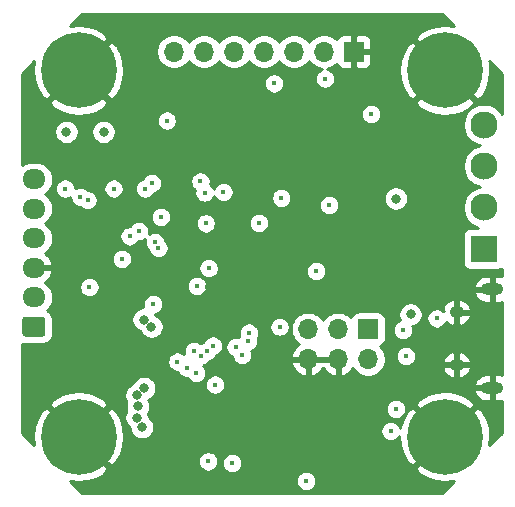
<source format=gbr>
G04 #@! TF.GenerationSoftware,KiCad,Pcbnew,(5.1.7)-1*
G04 #@! TF.CreationDate,2020-12-09T20:39:25+01:00*
G04 #@! TF.ProjectId,Stepper Servo,53746570-7065-4722-9053-6572766f2e6b,v1.0*
G04 #@! TF.SameCoordinates,Original*
G04 #@! TF.FileFunction,Copper,L2,Inr*
G04 #@! TF.FilePolarity,Positive*
%FSLAX46Y46*%
G04 Gerber Fmt 4.6, Leading zero omitted, Abs format (unit mm)*
G04 Created by KiCad (PCBNEW (5.1.7)-1) date 2020-12-09 20:39:25*
%MOMM*%
%LPD*%
G01*
G04 APERTURE LIST*
G04 #@! TA.AperFunction,ComponentPad*
%ADD10O,1.250000X1.050000*%
G04 #@! TD*
G04 #@! TA.AperFunction,ComponentPad*
%ADD11O,1.900000X1.000000*%
G04 #@! TD*
G04 #@! TA.AperFunction,ComponentPad*
%ADD12C,0.800000*%
G04 #@! TD*
G04 #@! TA.AperFunction,ComponentPad*
%ADD13C,6.400000*%
G04 #@! TD*
G04 #@! TA.AperFunction,ComponentPad*
%ADD14R,1.700000X1.700000*%
G04 #@! TD*
G04 #@! TA.AperFunction,ComponentPad*
%ADD15O,1.700000X1.700000*%
G04 #@! TD*
G04 #@! TA.AperFunction,ComponentPad*
%ADD16R,2.300000X2.300000*%
G04 #@! TD*
G04 #@! TA.AperFunction,ComponentPad*
%ADD17C,2.300000*%
G04 #@! TD*
G04 #@! TA.AperFunction,ComponentPad*
%ADD18O,1.950000X1.700000*%
G04 #@! TD*
G04 #@! TA.AperFunction,ViaPad*
%ADD19C,0.450000*%
G04 #@! TD*
G04 #@! TA.AperFunction,ViaPad*
%ADD20C,0.800000*%
G04 #@! TD*
G04 #@! TA.AperFunction,Conductor*
%ADD21C,0.254000*%
G04 #@! TD*
G04 #@! TA.AperFunction,Conductor*
%ADD22C,0.100000*%
G04 #@! TD*
G04 APERTURE END LIST*
D10*
X206200000Y-81425000D03*
X206200000Y-76975000D03*
D11*
X209200000Y-83375000D03*
X209200000Y-75025000D03*
D12*
X175897056Y-85802944D03*
X174200000Y-85100000D03*
X172502944Y-85802944D03*
X171800000Y-87500000D03*
X172502944Y-89197056D03*
X174200000Y-89900000D03*
X175897056Y-89197056D03*
X176600000Y-87500000D03*
D13*
X174200000Y-87500000D03*
D12*
X206897056Y-54802944D03*
X205200000Y-54100000D03*
X203502944Y-54802944D03*
X202800000Y-56500000D03*
X203502944Y-58197056D03*
X205200000Y-58900000D03*
X206897056Y-58197056D03*
X207600000Y-56500000D03*
D13*
X205200000Y-56500000D03*
D12*
X206897056Y-85802944D03*
X205200000Y-85100000D03*
X203502944Y-85802944D03*
X202800000Y-87500000D03*
X203502944Y-89197056D03*
X205200000Y-89900000D03*
X206897056Y-89197056D03*
X207600000Y-87500000D03*
D13*
X205200000Y-87500000D03*
D12*
X175897056Y-54802944D03*
X174200000Y-54100000D03*
X172502944Y-54802944D03*
X171800000Y-56500000D03*
X172502944Y-58197056D03*
X174200000Y-58900000D03*
X175897056Y-58197056D03*
X176600000Y-56500000D03*
D13*
X174200000Y-56500000D03*
D14*
X198700000Y-78400000D03*
D15*
X198700000Y-80940000D03*
X196160000Y-78400000D03*
X196160000Y-80940000D03*
X193620000Y-78400000D03*
X193620000Y-80940000D03*
D16*
X208500000Y-71600000D03*
D17*
X208500000Y-68100000D03*
X208500000Y-64600000D03*
X208500000Y-61100000D03*
D14*
X197500000Y-54900000D03*
D15*
X194960000Y-54900000D03*
X192420000Y-54900000D03*
X189880000Y-54900000D03*
X187340000Y-54900000D03*
X184800000Y-54900000D03*
X182260000Y-54900000D03*
G04 #@! TA.AperFunction,ComponentPad*
G36*
G01*
X171125000Y-79050000D02*
X169675000Y-79050000D01*
G75*
G02*
X169425000Y-78800000I0J250000D01*
G01*
X169425000Y-77600000D01*
G75*
G02*
X169675000Y-77350000I250000J0D01*
G01*
X171125000Y-77350000D01*
G75*
G02*
X171375000Y-77600000I0J-250000D01*
G01*
X171375000Y-78800000D01*
G75*
G02*
X171125000Y-79050000I-250000J0D01*
G01*
G37*
G04 #@! TD.AperFunction*
D18*
X170400000Y-75700000D03*
X170400000Y-73200000D03*
X170400000Y-70700000D03*
X170400000Y-68200000D03*
X170400000Y-65700000D03*
D19*
X179550000Y-91200000D03*
X192550000Y-91200000D03*
X199750000Y-91200000D03*
X204750000Y-75750000D03*
X205200000Y-73850000D03*
X205350000Y-66250000D03*
X194600000Y-62300000D03*
X197850000Y-63100000D03*
X199350000Y-63100000D03*
X199400000Y-67900000D03*
X198650000Y-74650000D03*
X195150000Y-68850000D03*
X192800000Y-67350000D03*
X184200000Y-70600000D03*
X193950000Y-87700000D03*
X185900000Y-87700000D03*
X177150000Y-84750000D03*
X178600000Y-74900000D03*
X179800000Y-74850000D03*
X191250000Y-62400000D03*
X191750000Y-59100000D03*
X201800000Y-60200000D03*
X189200000Y-81650000D03*
X185050000Y-74800000D03*
X189550000Y-75112298D03*
X177850000Y-72450000D03*
X195400000Y-67900000D03*
D20*
X180350000Y-78200000D03*
X179700000Y-77600000D03*
X202300000Y-77150000D03*
X201050000Y-67350000D03*
D19*
X178500000Y-70550000D03*
X194300000Y-73500000D03*
X186450000Y-66800000D03*
X174350000Y-67200000D03*
X177150000Y-66500000D03*
X180400000Y-66050000D03*
X184500000Y-65900000D03*
X195050000Y-57200000D03*
X190750000Y-57600000D03*
D20*
X179550000Y-86700000D03*
X179100000Y-85900000D03*
X179100000Y-84000000D03*
X179750000Y-83400000D03*
X179200000Y-84950000D03*
D19*
X189450000Y-69400000D03*
X184950000Y-69450000D03*
X175100000Y-74850000D03*
X180500000Y-76300000D03*
X191200000Y-78200000D03*
X188550000Y-79400000D03*
X185750000Y-83100000D03*
X185200000Y-73250000D03*
X191350000Y-67300000D03*
X174950000Y-67500000D03*
X204500000Y-77500000D03*
X201050000Y-85150000D03*
X200600000Y-87050000D03*
D20*
X176300000Y-61700000D03*
X173150000Y-61700000D03*
D19*
X183950000Y-80250000D03*
X184550000Y-80650000D03*
X185550000Y-79800000D03*
X185100000Y-80250000D03*
X188600000Y-78700000D03*
X179300000Y-70100000D03*
X180950000Y-71550000D03*
X180650000Y-71050000D03*
X181150000Y-68900000D03*
X173050000Y-66500000D03*
X181650000Y-60750000D03*
X184850000Y-66850000D03*
X179800000Y-66500000D03*
X184200000Y-74750000D03*
X198950000Y-60200000D03*
X187475000Y-79925000D03*
X201650000Y-78500000D03*
X188050000Y-80600000D03*
X201900000Y-80700000D03*
X185150000Y-89600000D03*
X182550000Y-81150000D03*
X183400000Y-81700000D03*
X187200000Y-89750000D03*
X193450000Y-91250000D03*
X184150000Y-82100000D03*
D21*
X205954339Y-52723075D02*
X205224305Y-52646520D01*
X204472062Y-52715822D01*
X203747792Y-52930548D01*
X203079330Y-53282445D01*
X203038912Y-53309452D01*
X202678724Y-53799119D01*
X205200000Y-56320395D01*
X205214143Y-56306253D01*
X205393748Y-56485858D01*
X205379605Y-56500000D01*
X207900881Y-59021276D01*
X208390548Y-58661088D01*
X208750849Y-57997118D01*
X208974694Y-57275615D01*
X209053480Y-56524305D01*
X208984178Y-55772062D01*
X208976109Y-55744845D01*
X210015000Y-56783736D01*
X210015000Y-60154442D01*
X209886500Y-59962129D01*
X209637871Y-59713500D01*
X209345515Y-59518153D01*
X209020665Y-59383596D01*
X208675807Y-59315000D01*
X208324193Y-59315000D01*
X207979335Y-59383596D01*
X207654485Y-59518153D01*
X207362129Y-59713500D01*
X207113500Y-59962129D01*
X206918153Y-60254485D01*
X206783596Y-60579335D01*
X206715000Y-60924193D01*
X206715000Y-61275807D01*
X206783596Y-61620665D01*
X206918153Y-61945515D01*
X207113500Y-62237871D01*
X207362129Y-62486500D01*
X207654485Y-62681847D01*
X207979335Y-62816404D01*
X208148235Y-62850000D01*
X207979335Y-62883596D01*
X207654485Y-63018153D01*
X207362129Y-63213500D01*
X207113500Y-63462129D01*
X206918153Y-63754485D01*
X206783596Y-64079335D01*
X206715000Y-64424193D01*
X206715000Y-64775807D01*
X206783596Y-65120665D01*
X206918153Y-65445515D01*
X207113500Y-65737871D01*
X207362129Y-65986500D01*
X207654485Y-66181847D01*
X207979335Y-66316404D01*
X208148235Y-66350000D01*
X207979335Y-66383596D01*
X207654485Y-66518153D01*
X207362129Y-66713500D01*
X207113500Y-66962129D01*
X206918153Y-67254485D01*
X206783596Y-67579335D01*
X206715000Y-67924193D01*
X206715000Y-68275807D01*
X206783596Y-68620665D01*
X206918153Y-68945515D01*
X207113500Y-69237871D01*
X207362129Y-69486500D01*
X207654485Y-69681847D01*
X207968529Y-69811928D01*
X207350000Y-69811928D01*
X207225518Y-69824188D01*
X207105820Y-69860498D01*
X206995506Y-69919463D01*
X206898815Y-69998815D01*
X206819463Y-70095506D01*
X206760498Y-70205820D01*
X206724188Y-70325518D01*
X206711928Y-70450000D01*
X206711928Y-72750000D01*
X206724188Y-72874482D01*
X206760498Y-72994180D01*
X206819463Y-73104494D01*
X206898815Y-73201185D01*
X206995506Y-73280537D01*
X207105820Y-73339502D01*
X207225518Y-73375812D01*
X207350000Y-73388072D01*
X209650000Y-73388072D01*
X209774482Y-73375812D01*
X209894180Y-73339502D01*
X210004494Y-73280537D01*
X210015001Y-73271915D01*
X210015001Y-73944758D01*
X209995987Y-73936585D01*
X209777000Y-73890000D01*
X209327000Y-73890000D01*
X209327000Y-74898000D01*
X209347000Y-74898000D01*
X209347000Y-75152000D01*
X209327000Y-75152000D01*
X209327000Y-76160000D01*
X209777000Y-76160000D01*
X209995987Y-76113415D01*
X210015001Y-76105242D01*
X210015001Y-82294758D01*
X209995987Y-82286585D01*
X209777000Y-82240000D01*
X209327000Y-82240000D01*
X209327000Y-83248000D01*
X209347000Y-83248000D01*
X209347000Y-83502000D01*
X209327000Y-83502000D01*
X209327000Y-84510000D01*
X209777000Y-84510000D01*
X209995987Y-84463415D01*
X210015001Y-84455242D01*
X210015001Y-87216263D01*
X208976925Y-88254339D01*
X209053480Y-87524305D01*
X208984178Y-86772062D01*
X208769452Y-86047792D01*
X208417555Y-85379330D01*
X208390548Y-85338912D01*
X207900881Y-84978724D01*
X205379605Y-87500000D01*
X205393748Y-87514143D01*
X205214143Y-87693748D01*
X205200000Y-87679605D01*
X202678724Y-90200881D01*
X203038912Y-90690548D01*
X203702882Y-91050849D01*
X204424385Y-91274694D01*
X205175695Y-91353480D01*
X205927938Y-91284178D01*
X205955155Y-91276109D01*
X204916264Y-92315000D01*
X174483736Y-92315000D01*
X173445661Y-91276925D01*
X174175695Y-91353480D01*
X174927938Y-91284178D01*
X175328923Y-91165297D01*
X192590000Y-91165297D01*
X192590000Y-91334703D01*
X192623049Y-91500853D01*
X192687878Y-91657363D01*
X192781995Y-91798218D01*
X192901782Y-91918005D01*
X193042637Y-92012122D01*
X193199147Y-92076951D01*
X193365297Y-92110000D01*
X193534703Y-92110000D01*
X193700853Y-92076951D01*
X193857363Y-92012122D01*
X193998218Y-91918005D01*
X194118005Y-91798218D01*
X194212122Y-91657363D01*
X194276951Y-91500853D01*
X194310000Y-91334703D01*
X194310000Y-91165297D01*
X194276951Y-90999147D01*
X194212122Y-90842637D01*
X194118005Y-90701782D01*
X193998218Y-90581995D01*
X193857363Y-90487878D01*
X193700853Y-90423049D01*
X193534703Y-90390000D01*
X193365297Y-90390000D01*
X193199147Y-90423049D01*
X193042637Y-90487878D01*
X192901782Y-90581995D01*
X192781995Y-90701782D01*
X192687878Y-90842637D01*
X192623049Y-90999147D01*
X192590000Y-91165297D01*
X175328923Y-91165297D01*
X175652208Y-91069452D01*
X176320670Y-90717555D01*
X176361088Y-90690548D01*
X176721276Y-90200881D01*
X174200000Y-87679605D01*
X174185858Y-87693748D01*
X174006253Y-87514143D01*
X174020395Y-87500000D01*
X174379605Y-87500000D01*
X176900881Y-90021276D01*
X177390548Y-89661088D01*
X177469660Y-89515297D01*
X184290000Y-89515297D01*
X184290000Y-89684703D01*
X184323049Y-89850853D01*
X184387878Y-90007363D01*
X184481995Y-90148218D01*
X184601782Y-90268005D01*
X184742637Y-90362122D01*
X184899147Y-90426951D01*
X185065297Y-90460000D01*
X185234703Y-90460000D01*
X185400853Y-90426951D01*
X185557363Y-90362122D01*
X185698218Y-90268005D01*
X185818005Y-90148218D01*
X185912122Y-90007363D01*
X185976951Y-89850853D01*
X186010000Y-89684703D01*
X186010000Y-89665297D01*
X186340000Y-89665297D01*
X186340000Y-89834703D01*
X186373049Y-90000853D01*
X186437878Y-90157363D01*
X186531995Y-90298218D01*
X186651782Y-90418005D01*
X186792637Y-90512122D01*
X186949147Y-90576951D01*
X187115297Y-90610000D01*
X187284703Y-90610000D01*
X187450853Y-90576951D01*
X187607363Y-90512122D01*
X187748218Y-90418005D01*
X187868005Y-90298218D01*
X187962122Y-90157363D01*
X188026951Y-90000853D01*
X188060000Y-89834703D01*
X188060000Y-89665297D01*
X188026951Y-89499147D01*
X187962122Y-89342637D01*
X187868005Y-89201782D01*
X187748218Y-89081995D01*
X187607363Y-88987878D01*
X187450853Y-88923049D01*
X187284703Y-88890000D01*
X187115297Y-88890000D01*
X186949147Y-88923049D01*
X186792637Y-88987878D01*
X186651782Y-89081995D01*
X186531995Y-89201782D01*
X186437878Y-89342637D01*
X186373049Y-89499147D01*
X186340000Y-89665297D01*
X186010000Y-89665297D01*
X186010000Y-89515297D01*
X185976951Y-89349147D01*
X185912122Y-89192637D01*
X185818005Y-89051782D01*
X185698218Y-88931995D01*
X185557363Y-88837878D01*
X185400853Y-88773049D01*
X185234703Y-88740000D01*
X185065297Y-88740000D01*
X184899147Y-88773049D01*
X184742637Y-88837878D01*
X184601782Y-88931995D01*
X184481995Y-89051782D01*
X184387878Y-89192637D01*
X184323049Y-89349147D01*
X184290000Y-89515297D01*
X177469660Y-89515297D01*
X177750849Y-88997118D01*
X177974694Y-88275615D01*
X178053480Y-87524305D01*
X177984178Y-86772062D01*
X177769452Y-86047792D01*
X177417555Y-85379330D01*
X177390548Y-85338912D01*
X176900881Y-84978724D01*
X174379605Y-87500000D01*
X174020395Y-87500000D01*
X171499119Y-84978724D01*
X171009452Y-85338912D01*
X170649151Y-86002882D01*
X170425306Y-86724385D01*
X170346520Y-87475695D01*
X170415822Y-88227938D01*
X170423891Y-88255155D01*
X169385000Y-87216264D01*
X169385000Y-84799119D01*
X171678724Y-84799119D01*
X174200000Y-87320395D01*
X176721276Y-84799119D01*
X176361088Y-84309452D01*
X175697118Y-83949151D01*
X175532444Y-83898061D01*
X178065000Y-83898061D01*
X178065000Y-84101939D01*
X178104774Y-84301898D01*
X178182795Y-84490256D01*
X178236724Y-84570967D01*
X178204774Y-84648102D01*
X178165000Y-84848061D01*
X178165000Y-85051939D01*
X178204774Y-85251898D01*
X178236724Y-85329033D01*
X178182795Y-85409744D01*
X178104774Y-85598102D01*
X178065000Y-85798061D01*
X178065000Y-86001939D01*
X178104774Y-86201898D01*
X178182795Y-86390256D01*
X178296063Y-86559774D01*
X178440226Y-86703937D01*
X178515000Y-86753899D01*
X178515000Y-86801939D01*
X178554774Y-87001898D01*
X178632795Y-87190256D01*
X178746063Y-87359774D01*
X178890226Y-87503937D01*
X179059744Y-87617205D01*
X179248102Y-87695226D01*
X179448061Y-87735000D01*
X179651939Y-87735000D01*
X179851898Y-87695226D01*
X180040256Y-87617205D01*
X180209774Y-87503937D01*
X180353937Y-87359774D01*
X180467205Y-87190256D01*
X180545226Y-87001898D01*
X180552506Y-86965297D01*
X199740000Y-86965297D01*
X199740000Y-87134703D01*
X199773049Y-87300853D01*
X199837878Y-87457363D01*
X199931995Y-87598218D01*
X200051782Y-87718005D01*
X200192637Y-87812122D01*
X200349147Y-87876951D01*
X200515297Y-87910000D01*
X200684703Y-87910000D01*
X200850853Y-87876951D01*
X201007363Y-87812122D01*
X201148218Y-87718005D01*
X201268005Y-87598218D01*
X201346926Y-87480105D01*
X201415822Y-88227938D01*
X201630548Y-88952208D01*
X201982445Y-89620670D01*
X202009452Y-89661088D01*
X202499119Y-90021276D01*
X205020395Y-87500000D01*
X202499119Y-84978724D01*
X202009452Y-85338912D01*
X201649151Y-86002882D01*
X201425306Y-86724385D01*
X201419382Y-86780875D01*
X201362122Y-86642637D01*
X201268005Y-86501782D01*
X201148218Y-86381995D01*
X201007363Y-86287878D01*
X200850853Y-86223049D01*
X200684703Y-86190000D01*
X200515297Y-86190000D01*
X200349147Y-86223049D01*
X200192637Y-86287878D01*
X200051782Y-86381995D01*
X199931995Y-86501782D01*
X199837878Y-86642637D01*
X199773049Y-86799147D01*
X199740000Y-86965297D01*
X180552506Y-86965297D01*
X180585000Y-86801939D01*
X180585000Y-86598061D01*
X180545226Y-86398102D01*
X180467205Y-86209744D01*
X180353937Y-86040226D01*
X180209774Y-85896063D01*
X180135000Y-85846101D01*
X180135000Y-85798061D01*
X180095226Y-85598102D01*
X180063276Y-85520967D01*
X180117205Y-85440256D01*
X180195226Y-85251898D01*
X180232342Y-85065297D01*
X200190000Y-85065297D01*
X200190000Y-85234703D01*
X200223049Y-85400853D01*
X200287878Y-85557363D01*
X200381995Y-85698218D01*
X200501782Y-85818005D01*
X200642637Y-85912122D01*
X200799147Y-85976951D01*
X200965297Y-86010000D01*
X201134703Y-86010000D01*
X201300853Y-85976951D01*
X201457363Y-85912122D01*
X201598218Y-85818005D01*
X201718005Y-85698218D01*
X201812122Y-85557363D01*
X201876951Y-85400853D01*
X201910000Y-85234703D01*
X201910000Y-85065297D01*
X201876951Y-84899147D01*
X201835518Y-84799119D01*
X202678724Y-84799119D01*
X205200000Y-87320395D01*
X207721276Y-84799119D01*
X207361088Y-84309452D01*
X206697118Y-83949151D01*
X205975615Y-83725306D01*
X205513764Y-83676874D01*
X207655881Y-83676874D01*
X207735724Y-83899976D01*
X207857631Y-84087764D01*
X208013831Y-84248161D01*
X208198322Y-84375003D01*
X208404013Y-84463415D01*
X208623000Y-84510000D01*
X209073000Y-84510000D01*
X209073000Y-83502000D01*
X207782046Y-83502000D01*
X207655881Y-83676874D01*
X205513764Y-83676874D01*
X205224305Y-83646520D01*
X204472062Y-83715822D01*
X203747792Y-83930548D01*
X203079330Y-84282445D01*
X203038912Y-84309452D01*
X202678724Y-84799119D01*
X201835518Y-84799119D01*
X201812122Y-84742637D01*
X201718005Y-84601782D01*
X201598218Y-84481995D01*
X201457363Y-84387878D01*
X201300853Y-84323049D01*
X201134703Y-84290000D01*
X200965297Y-84290000D01*
X200799147Y-84323049D01*
X200642637Y-84387878D01*
X200501782Y-84481995D01*
X200381995Y-84601782D01*
X200287878Y-84742637D01*
X200223049Y-84899147D01*
X200190000Y-85065297D01*
X180232342Y-85065297D01*
X180235000Y-85051939D01*
X180235000Y-84848061D01*
X180195226Y-84648102D01*
X180117205Y-84459744D01*
X180069284Y-84388025D01*
X180240256Y-84317205D01*
X180409774Y-84203937D01*
X180553937Y-84059774D01*
X180667205Y-83890256D01*
X180745226Y-83701898D01*
X180785000Y-83501939D01*
X180785000Y-83298061D01*
X180745226Y-83098102D01*
X180710927Y-83015297D01*
X184890000Y-83015297D01*
X184890000Y-83184703D01*
X184923049Y-83350853D01*
X184987878Y-83507363D01*
X185081995Y-83648218D01*
X185201782Y-83768005D01*
X185342637Y-83862122D01*
X185499147Y-83926951D01*
X185665297Y-83960000D01*
X185834703Y-83960000D01*
X186000853Y-83926951D01*
X186157363Y-83862122D01*
X186298218Y-83768005D01*
X186418005Y-83648218D01*
X186512122Y-83507363D01*
X186576951Y-83350853D01*
X186610000Y-83184703D01*
X186610000Y-83073126D01*
X207655881Y-83073126D01*
X207782046Y-83248000D01*
X209073000Y-83248000D01*
X209073000Y-82240000D01*
X208623000Y-82240000D01*
X208404013Y-82286585D01*
X208198322Y-82374997D01*
X208013831Y-82501839D01*
X207857631Y-82662236D01*
X207735724Y-82850024D01*
X207655881Y-83073126D01*
X186610000Y-83073126D01*
X186610000Y-83015297D01*
X186576951Y-82849147D01*
X186512122Y-82692637D01*
X186418005Y-82551782D01*
X186298218Y-82431995D01*
X186157363Y-82337878D01*
X186000853Y-82273049D01*
X185834703Y-82240000D01*
X185665297Y-82240000D01*
X185499147Y-82273049D01*
X185342637Y-82337878D01*
X185201782Y-82431995D01*
X185081995Y-82551782D01*
X184987878Y-82692637D01*
X184923049Y-82849147D01*
X184890000Y-83015297D01*
X180710927Y-83015297D01*
X180667205Y-82909744D01*
X180553937Y-82740226D01*
X180409774Y-82596063D01*
X180240256Y-82482795D01*
X180051898Y-82404774D01*
X179851939Y-82365000D01*
X179648061Y-82365000D01*
X179448102Y-82404774D01*
X179259744Y-82482795D01*
X179090226Y-82596063D01*
X178946063Y-82740226D01*
X178832795Y-82909744D01*
X178792465Y-83007109D01*
X178609744Y-83082795D01*
X178440226Y-83196063D01*
X178296063Y-83340226D01*
X178182795Y-83509744D01*
X178104774Y-83698102D01*
X178065000Y-83898061D01*
X175532444Y-83898061D01*
X174975615Y-83725306D01*
X174224305Y-83646520D01*
X173472062Y-83715822D01*
X172747792Y-83930548D01*
X172079330Y-84282445D01*
X172038912Y-84309452D01*
X171678724Y-84799119D01*
X169385000Y-84799119D01*
X169385000Y-81065297D01*
X181690000Y-81065297D01*
X181690000Y-81234703D01*
X181723049Y-81400853D01*
X181787878Y-81557363D01*
X181881995Y-81698218D01*
X182001782Y-81818005D01*
X182142637Y-81912122D01*
X182299147Y-81976951D01*
X182465297Y-82010000D01*
X182597549Y-82010000D01*
X182637878Y-82107363D01*
X182731995Y-82248218D01*
X182851782Y-82368005D01*
X182992637Y-82462122D01*
X183149147Y-82526951D01*
X183315297Y-82560000D01*
X183423049Y-82560000D01*
X183481995Y-82648218D01*
X183601782Y-82768005D01*
X183742637Y-82862122D01*
X183899147Y-82926951D01*
X184065297Y-82960000D01*
X184234703Y-82960000D01*
X184400853Y-82926951D01*
X184557363Y-82862122D01*
X184698218Y-82768005D01*
X184818005Y-82648218D01*
X184912122Y-82507363D01*
X184976951Y-82350853D01*
X185010000Y-82184703D01*
X185010000Y-82015297D01*
X184976951Y-81849147D01*
X184912122Y-81692637D01*
X184818005Y-81551782D01*
X184752743Y-81486520D01*
X184800853Y-81476951D01*
X184957363Y-81412122D01*
X185098218Y-81318005D01*
X185218005Y-81198218D01*
X185291091Y-81088838D01*
X185350853Y-81076951D01*
X185507363Y-81012122D01*
X185648218Y-80918005D01*
X185768005Y-80798218D01*
X185862122Y-80657363D01*
X185890018Y-80590018D01*
X185957363Y-80562122D01*
X186098218Y-80468005D01*
X186218005Y-80348218D01*
X186312122Y-80207363D01*
X186376951Y-80050853D01*
X186410000Y-79884703D01*
X186410000Y-79840297D01*
X186615000Y-79840297D01*
X186615000Y-80009703D01*
X186648049Y-80175853D01*
X186712878Y-80332363D01*
X186806995Y-80473218D01*
X186926782Y-80593005D01*
X187067637Y-80687122D01*
X187201511Y-80742575D01*
X187223049Y-80850853D01*
X187287878Y-81007363D01*
X187381995Y-81148218D01*
X187501782Y-81268005D01*
X187642637Y-81362122D01*
X187799147Y-81426951D01*
X187965297Y-81460000D01*
X188134703Y-81460000D01*
X188300853Y-81426951D01*
X188457363Y-81362122D01*
X188554987Y-81296891D01*
X192178519Y-81296891D01*
X192275843Y-81571252D01*
X192424822Y-81821355D01*
X192619731Y-82037588D01*
X192853080Y-82211641D01*
X193115901Y-82336825D01*
X193263110Y-82381476D01*
X193493000Y-82260155D01*
X193493000Y-81067000D01*
X193747000Y-81067000D01*
X193747000Y-82260155D01*
X193976890Y-82381476D01*
X194124099Y-82336825D01*
X194386920Y-82211641D01*
X194620269Y-82037588D01*
X194815178Y-81821355D01*
X194890000Y-81695745D01*
X194964822Y-81821355D01*
X195159731Y-82037588D01*
X195393080Y-82211641D01*
X195655901Y-82336825D01*
X195803110Y-82381476D01*
X196033000Y-82260155D01*
X196033000Y-81067000D01*
X193747000Y-81067000D01*
X193493000Y-81067000D01*
X192299186Y-81067000D01*
X192178519Y-81296891D01*
X188554987Y-81296891D01*
X188598218Y-81268005D01*
X188718005Y-81148218D01*
X188812122Y-81007363D01*
X188876951Y-80850853D01*
X188910000Y-80684703D01*
X188910000Y-80515297D01*
X188876951Y-80349147D01*
X188822604Y-80217942D01*
X188957363Y-80162122D01*
X189098218Y-80068005D01*
X189218005Y-79948218D01*
X189312122Y-79807363D01*
X189376951Y-79650853D01*
X189410000Y-79484703D01*
X189410000Y-79315297D01*
X189376951Y-79149147D01*
X189360592Y-79109653D01*
X189362122Y-79107363D01*
X189426951Y-78950853D01*
X189460000Y-78784703D01*
X189460000Y-78615297D01*
X189426951Y-78449147D01*
X189362122Y-78292637D01*
X189268005Y-78151782D01*
X189231520Y-78115297D01*
X190340000Y-78115297D01*
X190340000Y-78284703D01*
X190373049Y-78450853D01*
X190437878Y-78607363D01*
X190531995Y-78748218D01*
X190651782Y-78868005D01*
X190792637Y-78962122D01*
X190949147Y-79026951D01*
X191115297Y-79060000D01*
X191284703Y-79060000D01*
X191450853Y-79026951D01*
X191607363Y-78962122D01*
X191748218Y-78868005D01*
X191868005Y-78748218D01*
X191962122Y-78607363D01*
X192026951Y-78450853D01*
X192060000Y-78284703D01*
X192060000Y-78253740D01*
X192135000Y-78253740D01*
X192135000Y-78546260D01*
X192192068Y-78833158D01*
X192304010Y-79103411D01*
X192466525Y-79346632D01*
X192673368Y-79553475D01*
X192849406Y-79671100D01*
X192619731Y-79842412D01*
X192424822Y-80058645D01*
X192275843Y-80308748D01*
X192178519Y-80583109D01*
X192299186Y-80813000D01*
X193493000Y-80813000D01*
X193493000Y-80793000D01*
X193747000Y-80793000D01*
X193747000Y-80813000D01*
X196033000Y-80813000D01*
X196033000Y-80793000D01*
X196287000Y-80793000D01*
X196287000Y-80813000D01*
X196307000Y-80813000D01*
X196307000Y-81067000D01*
X196287000Y-81067000D01*
X196287000Y-82260155D01*
X196516890Y-82381476D01*
X196664099Y-82336825D01*
X196926920Y-82211641D01*
X197160269Y-82037588D01*
X197355178Y-81821355D01*
X197424805Y-81704466D01*
X197546525Y-81886632D01*
X197753368Y-82093475D01*
X197996589Y-82255990D01*
X198266842Y-82367932D01*
X198553740Y-82425000D01*
X198846260Y-82425000D01*
X199133158Y-82367932D01*
X199403411Y-82255990D01*
X199646632Y-82093475D01*
X199853475Y-81886632D01*
X199957591Y-81730810D01*
X204981036Y-81730810D01*
X205036592Y-81885507D01*
X205146866Y-82084119D01*
X205293768Y-82257401D01*
X205471653Y-82398695D01*
X205673685Y-82502570D01*
X205892100Y-82565035D01*
X206073000Y-82424772D01*
X206073000Y-81552000D01*
X206327000Y-81552000D01*
X206327000Y-82424772D01*
X206507900Y-82565035D01*
X206726315Y-82502570D01*
X206928347Y-82398695D01*
X207106232Y-82257401D01*
X207253134Y-82084119D01*
X207363408Y-81885507D01*
X207418964Y-81730810D01*
X207293163Y-81552000D01*
X206327000Y-81552000D01*
X206073000Y-81552000D01*
X205106837Y-81552000D01*
X204981036Y-81730810D01*
X199957591Y-81730810D01*
X200015990Y-81643411D01*
X200127932Y-81373158D01*
X200185000Y-81086260D01*
X200185000Y-80793740D01*
X200149506Y-80615297D01*
X201040000Y-80615297D01*
X201040000Y-80784703D01*
X201073049Y-80950853D01*
X201137878Y-81107363D01*
X201231995Y-81248218D01*
X201351782Y-81368005D01*
X201492637Y-81462122D01*
X201649147Y-81526951D01*
X201815297Y-81560000D01*
X201984703Y-81560000D01*
X202150853Y-81526951D01*
X202307363Y-81462122D01*
X202448218Y-81368005D01*
X202568005Y-81248218D01*
X202654219Y-81119190D01*
X204981036Y-81119190D01*
X205106837Y-81298000D01*
X206073000Y-81298000D01*
X206073000Y-80425228D01*
X206327000Y-80425228D01*
X206327000Y-81298000D01*
X207293163Y-81298000D01*
X207418964Y-81119190D01*
X207363408Y-80964493D01*
X207253134Y-80765881D01*
X207106232Y-80592599D01*
X206928347Y-80451305D01*
X206726315Y-80347430D01*
X206507900Y-80284965D01*
X206327000Y-80425228D01*
X206073000Y-80425228D01*
X205892100Y-80284965D01*
X205673685Y-80347430D01*
X205471653Y-80451305D01*
X205293768Y-80592599D01*
X205146866Y-80765881D01*
X205036592Y-80964493D01*
X204981036Y-81119190D01*
X202654219Y-81119190D01*
X202662122Y-81107363D01*
X202726951Y-80950853D01*
X202760000Y-80784703D01*
X202760000Y-80615297D01*
X202726951Y-80449147D01*
X202662122Y-80292637D01*
X202568005Y-80151782D01*
X202448218Y-80031995D01*
X202307363Y-79937878D01*
X202150853Y-79873049D01*
X201984703Y-79840000D01*
X201815297Y-79840000D01*
X201649147Y-79873049D01*
X201492637Y-79937878D01*
X201351782Y-80031995D01*
X201231995Y-80151782D01*
X201137878Y-80292637D01*
X201073049Y-80449147D01*
X201040000Y-80615297D01*
X200149506Y-80615297D01*
X200127932Y-80506842D01*
X200015990Y-80236589D01*
X199853475Y-79993368D01*
X199721620Y-79861513D01*
X199794180Y-79839502D01*
X199904494Y-79780537D01*
X200001185Y-79701185D01*
X200080537Y-79604494D01*
X200139502Y-79494180D01*
X200175812Y-79374482D01*
X200188072Y-79250000D01*
X200188072Y-78415297D01*
X200790000Y-78415297D01*
X200790000Y-78584703D01*
X200823049Y-78750853D01*
X200887878Y-78907363D01*
X200981995Y-79048218D01*
X201101782Y-79168005D01*
X201242637Y-79262122D01*
X201399147Y-79326951D01*
X201565297Y-79360000D01*
X201734703Y-79360000D01*
X201900853Y-79326951D01*
X202057363Y-79262122D01*
X202198218Y-79168005D01*
X202318005Y-79048218D01*
X202412122Y-78907363D01*
X202476951Y-78750853D01*
X202510000Y-78584703D01*
X202510000Y-78415297D01*
X202476951Y-78249147D01*
X202446693Y-78176098D01*
X202601898Y-78145226D01*
X202790256Y-78067205D01*
X202959774Y-77953937D01*
X203103937Y-77809774D01*
X203217205Y-77640256D01*
X203295226Y-77451898D01*
X203302506Y-77415297D01*
X203640000Y-77415297D01*
X203640000Y-77584703D01*
X203673049Y-77750853D01*
X203737878Y-77907363D01*
X203831995Y-78048218D01*
X203951782Y-78168005D01*
X204092637Y-78262122D01*
X204249147Y-78326951D01*
X204415297Y-78360000D01*
X204584703Y-78360000D01*
X204750853Y-78326951D01*
X204907363Y-78262122D01*
X205048218Y-78168005D01*
X205168005Y-78048218D01*
X205262122Y-77907363D01*
X205301112Y-77813234D01*
X205471653Y-77948695D01*
X205673685Y-78052570D01*
X205892100Y-78115035D01*
X206073000Y-77974772D01*
X206073000Y-77102000D01*
X206327000Y-77102000D01*
X206327000Y-77974772D01*
X206507900Y-78115035D01*
X206726315Y-78052570D01*
X206928347Y-77948695D01*
X207106232Y-77807401D01*
X207253134Y-77634119D01*
X207363408Y-77435507D01*
X207418964Y-77280810D01*
X207293163Y-77102000D01*
X206327000Y-77102000D01*
X206073000Y-77102000D01*
X206053000Y-77102000D01*
X206053000Y-76848000D01*
X206073000Y-76848000D01*
X206073000Y-75975228D01*
X206327000Y-75975228D01*
X206327000Y-76848000D01*
X207293163Y-76848000D01*
X207418964Y-76669190D01*
X207363408Y-76514493D01*
X207253134Y-76315881D01*
X207106232Y-76142599D01*
X206928347Y-76001305D01*
X206726315Y-75897430D01*
X206507900Y-75834965D01*
X206327000Y-75975228D01*
X206073000Y-75975228D01*
X205892100Y-75834965D01*
X205673685Y-75897430D01*
X205471653Y-76001305D01*
X205293768Y-76142599D01*
X205146866Y-76315881D01*
X205036592Y-76514493D01*
X204981036Y-76669190D01*
X205106836Y-76847998D01*
X205064221Y-76847998D01*
X205048218Y-76831995D01*
X204907363Y-76737878D01*
X204750853Y-76673049D01*
X204584703Y-76640000D01*
X204415297Y-76640000D01*
X204249147Y-76673049D01*
X204092637Y-76737878D01*
X203951782Y-76831995D01*
X203831995Y-76951782D01*
X203737878Y-77092637D01*
X203673049Y-77249147D01*
X203640000Y-77415297D01*
X203302506Y-77415297D01*
X203335000Y-77251939D01*
X203335000Y-77048061D01*
X203295226Y-76848102D01*
X203217205Y-76659744D01*
X203103937Y-76490226D01*
X202959774Y-76346063D01*
X202790256Y-76232795D01*
X202601898Y-76154774D01*
X202401939Y-76115000D01*
X202198061Y-76115000D01*
X201998102Y-76154774D01*
X201809744Y-76232795D01*
X201640226Y-76346063D01*
X201496063Y-76490226D01*
X201382795Y-76659744D01*
X201304774Y-76848102D01*
X201265000Y-77048061D01*
X201265000Y-77251939D01*
X201304774Y-77451898D01*
X201382795Y-77640256D01*
X201404054Y-77672073D01*
X201399147Y-77673049D01*
X201242637Y-77737878D01*
X201101782Y-77831995D01*
X200981995Y-77951782D01*
X200887878Y-78092637D01*
X200823049Y-78249147D01*
X200790000Y-78415297D01*
X200188072Y-78415297D01*
X200188072Y-77550000D01*
X200175812Y-77425518D01*
X200139502Y-77305820D01*
X200080537Y-77195506D01*
X200001185Y-77098815D01*
X199904494Y-77019463D01*
X199794180Y-76960498D01*
X199674482Y-76924188D01*
X199550000Y-76911928D01*
X197850000Y-76911928D01*
X197725518Y-76924188D01*
X197605820Y-76960498D01*
X197495506Y-77019463D01*
X197398815Y-77098815D01*
X197319463Y-77195506D01*
X197260498Y-77305820D01*
X197238487Y-77378380D01*
X197106632Y-77246525D01*
X196863411Y-77084010D01*
X196593158Y-76972068D01*
X196306260Y-76915000D01*
X196013740Y-76915000D01*
X195726842Y-76972068D01*
X195456589Y-77084010D01*
X195213368Y-77246525D01*
X195006525Y-77453368D01*
X194890000Y-77627760D01*
X194773475Y-77453368D01*
X194566632Y-77246525D01*
X194323411Y-77084010D01*
X194053158Y-76972068D01*
X193766260Y-76915000D01*
X193473740Y-76915000D01*
X193186842Y-76972068D01*
X192916589Y-77084010D01*
X192673368Y-77246525D01*
X192466525Y-77453368D01*
X192304010Y-77696589D01*
X192192068Y-77966842D01*
X192135000Y-78253740D01*
X192060000Y-78253740D01*
X192060000Y-78115297D01*
X192026951Y-77949147D01*
X191962122Y-77792637D01*
X191868005Y-77651782D01*
X191748218Y-77531995D01*
X191607363Y-77437878D01*
X191450853Y-77373049D01*
X191284703Y-77340000D01*
X191115297Y-77340000D01*
X190949147Y-77373049D01*
X190792637Y-77437878D01*
X190651782Y-77531995D01*
X190531995Y-77651782D01*
X190437878Y-77792637D01*
X190373049Y-77949147D01*
X190340000Y-78115297D01*
X189231520Y-78115297D01*
X189148218Y-78031995D01*
X189007363Y-77937878D01*
X188850853Y-77873049D01*
X188684703Y-77840000D01*
X188515297Y-77840000D01*
X188349147Y-77873049D01*
X188192637Y-77937878D01*
X188051782Y-78031995D01*
X187931995Y-78151782D01*
X187837878Y-78292637D01*
X187773049Y-78449147D01*
X187740000Y-78615297D01*
X187740000Y-78784703D01*
X187773049Y-78950853D01*
X187789408Y-78990347D01*
X187787878Y-78992637D01*
X187741526Y-79104541D01*
X187725853Y-79098049D01*
X187559703Y-79065000D01*
X187390297Y-79065000D01*
X187224147Y-79098049D01*
X187067637Y-79162878D01*
X186926782Y-79256995D01*
X186806995Y-79376782D01*
X186712878Y-79517637D01*
X186648049Y-79674147D01*
X186615000Y-79840297D01*
X186410000Y-79840297D01*
X186410000Y-79715297D01*
X186376951Y-79549147D01*
X186312122Y-79392637D01*
X186218005Y-79251782D01*
X186098218Y-79131995D01*
X185957363Y-79037878D01*
X185800853Y-78973049D01*
X185634703Y-78940000D01*
X185465297Y-78940000D01*
X185299147Y-78973049D01*
X185142637Y-79037878D01*
X185001782Y-79131995D01*
X184881995Y-79251782D01*
X184787878Y-79392637D01*
X184759982Y-79459982D01*
X184692637Y-79487878D01*
X184551782Y-79581995D01*
X184525000Y-79608777D01*
X184498218Y-79581995D01*
X184357363Y-79487878D01*
X184200853Y-79423049D01*
X184034703Y-79390000D01*
X183865297Y-79390000D01*
X183699147Y-79423049D01*
X183542637Y-79487878D01*
X183401782Y-79581995D01*
X183281995Y-79701782D01*
X183187878Y-79842637D01*
X183123049Y-79999147D01*
X183090000Y-80165297D01*
X183090000Y-80334703D01*
X183123049Y-80500853D01*
X183127273Y-80511050D01*
X183098218Y-80481995D01*
X182957363Y-80387878D01*
X182800853Y-80323049D01*
X182634703Y-80290000D01*
X182465297Y-80290000D01*
X182299147Y-80323049D01*
X182142637Y-80387878D01*
X182001782Y-80481995D01*
X181881995Y-80601782D01*
X181787878Y-80742637D01*
X181723049Y-80899147D01*
X181690000Y-81065297D01*
X169385000Y-81065297D01*
X169385000Y-79635594D01*
X169501746Y-79671008D01*
X169675000Y-79688072D01*
X171125000Y-79688072D01*
X171298254Y-79671008D01*
X171464850Y-79620472D01*
X171618386Y-79538405D01*
X171752962Y-79427962D01*
X171863405Y-79293386D01*
X171945472Y-79139850D01*
X171996008Y-78973254D01*
X172013072Y-78800000D01*
X172013072Y-77600000D01*
X172003032Y-77498061D01*
X178665000Y-77498061D01*
X178665000Y-77701939D01*
X178704774Y-77901898D01*
X178782795Y-78090256D01*
X178896063Y-78259774D01*
X179040226Y-78403937D01*
X179209744Y-78517205D01*
X179392465Y-78592891D01*
X179432795Y-78690256D01*
X179546063Y-78859774D01*
X179690226Y-79003937D01*
X179859744Y-79117205D01*
X180048102Y-79195226D01*
X180248061Y-79235000D01*
X180451939Y-79235000D01*
X180651898Y-79195226D01*
X180840256Y-79117205D01*
X181009774Y-79003937D01*
X181153937Y-78859774D01*
X181267205Y-78690256D01*
X181345226Y-78501898D01*
X181385000Y-78301939D01*
X181385000Y-78098061D01*
X181345226Y-77898102D01*
X181267205Y-77709744D01*
X181153937Y-77540226D01*
X181009774Y-77396063D01*
X180840256Y-77282795D01*
X180657535Y-77207109D01*
X180633963Y-77150202D01*
X180750853Y-77126951D01*
X180907363Y-77062122D01*
X181048218Y-76968005D01*
X181168005Y-76848218D01*
X181262122Y-76707363D01*
X181326951Y-76550853D01*
X181360000Y-76384703D01*
X181360000Y-76215297D01*
X181326951Y-76049147D01*
X181262122Y-75892637D01*
X181168005Y-75751782D01*
X181048218Y-75631995D01*
X180907363Y-75537878D01*
X180750853Y-75473049D01*
X180584703Y-75440000D01*
X180415297Y-75440000D01*
X180249147Y-75473049D01*
X180092637Y-75537878D01*
X179951782Y-75631995D01*
X179831995Y-75751782D01*
X179737878Y-75892637D01*
X179673049Y-76049147D01*
X179640000Y-76215297D01*
X179640000Y-76384703D01*
X179673049Y-76550853D01*
X179678909Y-76565000D01*
X179598061Y-76565000D01*
X179398102Y-76604774D01*
X179209744Y-76682795D01*
X179040226Y-76796063D01*
X178896063Y-76940226D01*
X178782795Y-77109744D01*
X178704774Y-77298102D01*
X178665000Y-77498061D01*
X172003032Y-77498061D01*
X171996008Y-77426746D01*
X171945472Y-77260150D01*
X171863405Y-77106614D01*
X171752962Y-76972038D01*
X171618386Y-76861595D01*
X171516663Y-76807223D01*
X171580134Y-76755134D01*
X171765706Y-76529014D01*
X171903599Y-76271034D01*
X171988513Y-75991111D01*
X172017185Y-75700000D01*
X171988513Y-75408889D01*
X171903599Y-75128966D01*
X171765706Y-74870986D01*
X171678970Y-74765297D01*
X174240000Y-74765297D01*
X174240000Y-74934703D01*
X174273049Y-75100853D01*
X174337878Y-75257363D01*
X174431995Y-75398218D01*
X174551782Y-75518005D01*
X174692637Y-75612122D01*
X174849147Y-75676951D01*
X175015297Y-75710000D01*
X175184703Y-75710000D01*
X175350853Y-75676951D01*
X175507363Y-75612122D01*
X175648218Y-75518005D01*
X175768005Y-75398218D01*
X175862122Y-75257363D01*
X175926951Y-75100853D01*
X175960000Y-74934703D01*
X175960000Y-74765297D01*
X175940109Y-74665297D01*
X183340000Y-74665297D01*
X183340000Y-74834703D01*
X183373049Y-75000853D01*
X183437878Y-75157363D01*
X183531995Y-75298218D01*
X183651782Y-75418005D01*
X183792637Y-75512122D01*
X183949147Y-75576951D01*
X184115297Y-75610000D01*
X184284703Y-75610000D01*
X184450853Y-75576951D01*
X184607363Y-75512122D01*
X184748218Y-75418005D01*
X184839349Y-75326874D01*
X207655881Y-75326874D01*
X207735724Y-75549976D01*
X207857631Y-75737764D01*
X208013831Y-75898161D01*
X208198322Y-76025003D01*
X208404013Y-76113415D01*
X208623000Y-76160000D01*
X209073000Y-76160000D01*
X209073000Y-75152000D01*
X207782046Y-75152000D01*
X207655881Y-75326874D01*
X184839349Y-75326874D01*
X184868005Y-75298218D01*
X184962122Y-75157363D01*
X185026951Y-75000853D01*
X185060000Y-74834703D01*
X185060000Y-74723126D01*
X207655881Y-74723126D01*
X207782046Y-74898000D01*
X209073000Y-74898000D01*
X209073000Y-73890000D01*
X208623000Y-73890000D01*
X208404013Y-73936585D01*
X208198322Y-74024997D01*
X208013831Y-74151839D01*
X207857631Y-74312236D01*
X207735724Y-74500024D01*
X207655881Y-74723126D01*
X185060000Y-74723126D01*
X185060000Y-74665297D01*
X185026951Y-74499147D01*
X184962122Y-74342637D01*
X184868005Y-74201782D01*
X184748218Y-74081995D01*
X184607363Y-73987878D01*
X184450853Y-73923049D01*
X184284703Y-73890000D01*
X184115297Y-73890000D01*
X183949147Y-73923049D01*
X183792637Y-73987878D01*
X183651782Y-74081995D01*
X183531995Y-74201782D01*
X183437878Y-74342637D01*
X183373049Y-74499147D01*
X183340000Y-74665297D01*
X175940109Y-74665297D01*
X175926951Y-74599147D01*
X175862122Y-74442637D01*
X175768005Y-74301782D01*
X175648218Y-74181995D01*
X175507363Y-74087878D01*
X175350853Y-74023049D01*
X175184703Y-73990000D01*
X175015297Y-73990000D01*
X174849147Y-74023049D01*
X174692637Y-74087878D01*
X174551782Y-74181995D01*
X174431995Y-74301782D01*
X174337878Y-74442637D01*
X174273049Y-74599147D01*
X174240000Y-74765297D01*
X171678970Y-74765297D01*
X171580134Y-74644866D01*
X171354014Y-74459294D01*
X171328278Y-74445538D01*
X171534429Y-74289049D01*
X171727496Y-74071193D01*
X171874352Y-73819858D01*
X171966476Y-73556890D01*
X171845155Y-73327000D01*
X170527000Y-73327000D01*
X170527000Y-73347000D01*
X170273000Y-73347000D01*
X170273000Y-73327000D01*
X170253000Y-73327000D01*
X170253000Y-73073000D01*
X170273000Y-73073000D01*
X170273000Y-73053000D01*
X170527000Y-73053000D01*
X170527000Y-73073000D01*
X171845155Y-73073000D01*
X171966476Y-72843110D01*
X171874352Y-72580142D01*
X171748818Y-72365297D01*
X176990000Y-72365297D01*
X176990000Y-72534703D01*
X177023049Y-72700853D01*
X177087878Y-72857363D01*
X177181995Y-72998218D01*
X177301782Y-73118005D01*
X177442637Y-73212122D01*
X177599147Y-73276951D01*
X177765297Y-73310000D01*
X177934703Y-73310000D01*
X178100853Y-73276951D01*
X178257363Y-73212122D01*
X178327441Y-73165297D01*
X184340000Y-73165297D01*
X184340000Y-73334703D01*
X184373049Y-73500853D01*
X184437878Y-73657363D01*
X184531995Y-73798218D01*
X184651782Y-73918005D01*
X184792637Y-74012122D01*
X184949147Y-74076951D01*
X185115297Y-74110000D01*
X185284703Y-74110000D01*
X185450853Y-74076951D01*
X185607363Y-74012122D01*
X185748218Y-73918005D01*
X185868005Y-73798218D01*
X185962122Y-73657363D01*
X186026951Y-73500853D01*
X186043968Y-73415297D01*
X193440000Y-73415297D01*
X193440000Y-73584703D01*
X193473049Y-73750853D01*
X193537878Y-73907363D01*
X193631995Y-74048218D01*
X193751782Y-74168005D01*
X193892637Y-74262122D01*
X194049147Y-74326951D01*
X194215297Y-74360000D01*
X194384703Y-74360000D01*
X194550853Y-74326951D01*
X194707363Y-74262122D01*
X194848218Y-74168005D01*
X194968005Y-74048218D01*
X195062122Y-73907363D01*
X195126951Y-73750853D01*
X195160000Y-73584703D01*
X195160000Y-73415297D01*
X195126951Y-73249147D01*
X195062122Y-73092637D01*
X194968005Y-72951782D01*
X194848218Y-72831995D01*
X194707363Y-72737878D01*
X194550853Y-72673049D01*
X194384703Y-72640000D01*
X194215297Y-72640000D01*
X194049147Y-72673049D01*
X193892637Y-72737878D01*
X193751782Y-72831995D01*
X193631995Y-72951782D01*
X193537878Y-73092637D01*
X193473049Y-73249147D01*
X193440000Y-73415297D01*
X186043968Y-73415297D01*
X186060000Y-73334703D01*
X186060000Y-73165297D01*
X186026951Y-72999147D01*
X185962122Y-72842637D01*
X185868005Y-72701782D01*
X185748218Y-72581995D01*
X185607363Y-72487878D01*
X185450853Y-72423049D01*
X185284703Y-72390000D01*
X185115297Y-72390000D01*
X184949147Y-72423049D01*
X184792637Y-72487878D01*
X184651782Y-72581995D01*
X184531995Y-72701782D01*
X184437878Y-72842637D01*
X184373049Y-72999147D01*
X184340000Y-73165297D01*
X178327441Y-73165297D01*
X178398218Y-73118005D01*
X178518005Y-72998218D01*
X178612122Y-72857363D01*
X178676951Y-72700853D01*
X178710000Y-72534703D01*
X178710000Y-72365297D01*
X178676951Y-72199147D01*
X178612122Y-72042637D01*
X178518005Y-71901782D01*
X178398218Y-71781995D01*
X178257363Y-71687878D01*
X178100853Y-71623049D01*
X177934703Y-71590000D01*
X177765297Y-71590000D01*
X177599147Y-71623049D01*
X177442637Y-71687878D01*
X177301782Y-71781995D01*
X177181995Y-71901782D01*
X177087878Y-72042637D01*
X177023049Y-72199147D01*
X176990000Y-72365297D01*
X171748818Y-72365297D01*
X171727496Y-72328807D01*
X171534429Y-72110951D01*
X171328278Y-71954462D01*
X171354014Y-71940706D01*
X171580134Y-71755134D01*
X171765706Y-71529014D01*
X171903599Y-71271034D01*
X171988513Y-70991111D01*
X172017185Y-70700000D01*
X171994069Y-70465297D01*
X177640000Y-70465297D01*
X177640000Y-70634703D01*
X177673049Y-70800853D01*
X177737878Y-70957363D01*
X177831995Y-71098218D01*
X177951782Y-71218005D01*
X178092637Y-71312122D01*
X178249147Y-71376951D01*
X178415297Y-71410000D01*
X178584703Y-71410000D01*
X178750853Y-71376951D01*
X178907363Y-71312122D01*
X179048218Y-71218005D01*
X179168005Y-71098218D01*
X179260360Y-70960000D01*
X179384703Y-70960000D01*
X179550853Y-70926951D01*
X179707363Y-70862122D01*
X179831253Y-70779341D01*
X179823049Y-70799147D01*
X179790000Y-70965297D01*
X179790000Y-71134703D01*
X179823049Y-71300853D01*
X179887878Y-71457363D01*
X179981995Y-71598218D01*
X180101782Y-71718005D01*
X180107304Y-71721694D01*
X180123049Y-71800853D01*
X180187878Y-71957363D01*
X180281995Y-72098218D01*
X180401782Y-72218005D01*
X180542637Y-72312122D01*
X180699147Y-72376951D01*
X180865297Y-72410000D01*
X181034703Y-72410000D01*
X181200853Y-72376951D01*
X181357363Y-72312122D01*
X181498218Y-72218005D01*
X181618005Y-72098218D01*
X181712122Y-71957363D01*
X181776951Y-71800853D01*
X181810000Y-71634703D01*
X181810000Y-71465297D01*
X181776951Y-71299147D01*
X181712122Y-71142637D01*
X181618005Y-71001782D01*
X181498218Y-70881995D01*
X181492696Y-70878306D01*
X181476951Y-70799147D01*
X181412122Y-70642637D01*
X181318005Y-70501782D01*
X181198218Y-70381995D01*
X181057363Y-70287878D01*
X180900853Y-70223049D01*
X180734703Y-70190000D01*
X180565297Y-70190000D01*
X180399147Y-70223049D01*
X180242637Y-70287878D01*
X180118747Y-70370659D01*
X180126951Y-70350853D01*
X180160000Y-70184703D01*
X180160000Y-70015297D01*
X180126951Y-69849147D01*
X180062122Y-69692637D01*
X179968005Y-69551782D01*
X179848218Y-69431995D01*
X179707363Y-69337878D01*
X179550853Y-69273049D01*
X179384703Y-69240000D01*
X179215297Y-69240000D01*
X179049147Y-69273049D01*
X178892637Y-69337878D01*
X178751782Y-69431995D01*
X178631995Y-69551782D01*
X178539640Y-69690000D01*
X178415297Y-69690000D01*
X178249147Y-69723049D01*
X178092637Y-69787878D01*
X177951782Y-69881995D01*
X177831995Y-70001782D01*
X177737878Y-70142637D01*
X177673049Y-70299147D01*
X177640000Y-70465297D01*
X171994069Y-70465297D01*
X171988513Y-70408889D01*
X171903599Y-70128966D01*
X171765706Y-69870986D01*
X171580134Y-69644866D01*
X171354014Y-69459294D01*
X171336626Y-69450000D01*
X171354014Y-69440706D01*
X171580134Y-69255134D01*
X171765706Y-69029014D01*
X171879939Y-68815297D01*
X180290000Y-68815297D01*
X180290000Y-68984703D01*
X180323049Y-69150853D01*
X180387878Y-69307363D01*
X180481995Y-69448218D01*
X180601782Y-69568005D01*
X180742637Y-69662122D01*
X180899147Y-69726951D01*
X181065297Y-69760000D01*
X181234703Y-69760000D01*
X181400853Y-69726951D01*
X181557363Y-69662122D01*
X181698218Y-69568005D01*
X181818005Y-69448218D01*
X181873411Y-69365297D01*
X184090000Y-69365297D01*
X184090000Y-69534703D01*
X184123049Y-69700853D01*
X184187878Y-69857363D01*
X184281995Y-69998218D01*
X184401782Y-70118005D01*
X184542637Y-70212122D01*
X184699147Y-70276951D01*
X184865297Y-70310000D01*
X185034703Y-70310000D01*
X185200853Y-70276951D01*
X185357363Y-70212122D01*
X185498218Y-70118005D01*
X185618005Y-69998218D01*
X185712122Y-69857363D01*
X185776951Y-69700853D01*
X185810000Y-69534703D01*
X185810000Y-69365297D01*
X185800055Y-69315297D01*
X188590000Y-69315297D01*
X188590000Y-69484703D01*
X188623049Y-69650853D01*
X188687878Y-69807363D01*
X188781995Y-69948218D01*
X188901782Y-70068005D01*
X189042637Y-70162122D01*
X189199147Y-70226951D01*
X189365297Y-70260000D01*
X189534703Y-70260000D01*
X189700853Y-70226951D01*
X189857363Y-70162122D01*
X189998218Y-70068005D01*
X190118005Y-69948218D01*
X190212122Y-69807363D01*
X190276951Y-69650853D01*
X190310000Y-69484703D01*
X190310000Y-69315297D01*
X190276951Y-69149147D01*
X190212122Y-68992637D01*
X190118005Y-68851782D01*
X189998218Y-68731995D01*
X189857363Y-68637878D01*
X189700853Y-68573049D01*
X189534703Y-68540000D01*
X189365297Y-68540000D01*
X189199147Y-68573049D01*
X189042637Y-68637878D01*
X188901782Y-68731995D01*
X188781995Y-68851782D01*
X188687878Y-68992637D01*
X188623049Y-69149147D01*
X188590000Y-69315297D01*
X185800055Y-69315297D01*
X185776951Y-69199147D01*
X185712122Y-69042637D01*
X185618005Y-68901782D01*
X185498218Y-68781995D01*
X185357363Y-68687878D01*
X185200853Y-68623049D01*
X185034703Y-68590000D01*
X184865297Y-68590000D01*
X184699147Y-68623049D01*
X184542637Y-68687878D01*
X184401782Y-68781995D01*
X184281995Y-68901782D01*
X184187878Y-69042637D01*
X184123049Y-69199147D01*
X184090000Y-69365297D01*
X181873411Y-69365297D01*
X181912122Y-69307363D01*
X181976951Y-69150853D01*
X182010000Y-68984703D01*
X182010000Y-68815297D01*
X181976951Y-68649147D01*
X181912122Y-68492637D01*
X181818005Y-68351782D01*
X181698218Y-68231995D01*
X181557363Y-68137878D01*
X181400853Y-68073049D01*
X181234703Y-68040000D01*
X181065297Y-68040000D01*
X180899147Y-68073049D01*
X180742637Y-68137878D01*
X180601782Y-68231995D01*
X180481995Y-68351782D01*
X180387878Y-68492637D01*
X180323049Y-68649147D01*
X180290000Y-68815297D01*
X171879939Y-68815297D01*
X171903599Y-68771034D01*
X171988513Y-68491111D01*
X172017185Y-68200000D01*
X171988513Y-67908889D01*
X171903599Y-67628966D01*
X171765706Y-67370986D01*
X171580134Y-67144866D01*
X171354014Y-66959294D01*
X171336626Y-66950000D01*
X171354014Y-66940706D01*
X171580134Y-66755134D01*
X171765706Y-66529014D01*
X171826488Y-66415297D01*
X172190000Y-66415297D01*
X172190000Y-66584703D01*
X172223049Y-66750853D01*
X172287878Y-66907363D01*
X172381995Y-67048218D01*
X172501782Y-67168005D01*
X172642637Y-67262122D01*
X172799147Y-67326951D01*
X172965297Y-67360000D01*
X173134703Y-67360000D01*
X173300853Y-67326951D01*
X173457363Y-67262122D01*
X173490000Y-67240314D01*
X173490000Y-67284703D01*
X173523049Y-67450853D01*
X173587878Y-67607363D01*
X173681995Y-67748218D01*
X173801782Y-67868005D01*
X173942637Y-67962122D01*
X174099147Y-68026951D01*
X174265297Y-68060000D01*
X174293777Y-68060000D01*
X174401782Y-68168005D01*
X174542637Y-68262122D01*
X174699147Y-68326951D01*
X174865297Y-68360000D01*
X175034703Y-68360000D01*
X175200853Y-68326951D01*
X175357363Y-68262122D01*
X175498218Y-68168005D01*
X175618005Y-68048218D01*
X175712122Y-67907363D01*
X175776951Y-67750853D01*
X175810000Y-67584703D01*
X175810000Y-67415297D01*
X175776951Y-67249147D01*
X175712122Y-67092637D01*
X175618005Y-66951782D01*
X175498218Y-66831995D01*
X175357363Y-66737878D01*
X175200853Y-66673049D01*
X175034703Y-66640000D01*
X175006223Y-66640000D01*
X174898218Y-66531995D01*
X174757363Y-66437878D01*
X174702849Y-66415297D01*
X176290000Y-66415297D01*
X176290000Y-66584703D01*
X176323049Y-66750853D01*
X176387878Y-66907363D01*
X176481995Y-67048218D01*
X176601782Y-67168005D01*
X176742637Y-67262122D01*
X176899147Y-67326951D01*
X177065297Y-67360000D01*
X177234703Y-67360000D01*
X177400853Y-67326951D01*
X177557363Y-67262122D01*
X177698218Y-67168005D01*
X177818005Y-67048218D01*
X177912122Y-66907363D01*
X177976951Y-66750853D01*
X178010000Y-66584703D01*
X178010000Y-66415297D01*
X178940000Y-66415297D01*
X178940000Y-66584703D01*
X178973049Y-66750853D01*
X179037878Y-66907363D01*
X179131995Y-67048218D01*
X179251782Y-67168005D01*
X179392637Y-67262122D01*
X179549147Y-67326951D01*
X179715297Y-67360000D01*
X179884703Y-67360000D01*
X180050853Y-67326951D01*
X180207363Y-67262122D01*
X180348218Y-67168005D01*
X180468005Y-67048218D01*
X180562122Y-66907363D01*
X180567883Y-66893455D01*
X180650853Y-66876951D01*
X180807363Y-66812122D01*
X180948218Y-66718005D01*
X181068005Y-66598218D01*
X181162122Y-66457363D01*
X181226951Y-66300853D01*
X181260000Y-66134703D01*
X181260000Y-65965297D01*
X181230164Y-65815297D01*
X183640000Y-65815297D01*
X183640000Y-65984703D01*
X183673049Y-66150853D01*
X183737878Y-66307363D01*
X183831995Y-66448218D01*
X183951782Y-66568005D01*
X184020156Y-66613691D01*
X183990000Y-66765297D01*
X183990000Y-66934703D01*
X184023049Y-67100853D01*
X184087878Y-67257363D01*
X184181995Y-67398218D01*
X184301782Y-67518005D01*
X184442637Y-67612122D01*
X184599147Y-67676951D01*
X184765297Y-67710000D01*
X184934703Y-67710000D01*
X185100853Y-67676951D01*
X185257363Y-67612122D01*
X185398218Y-67518005D01*
X185518005Y-67398218D01*
X185612122Y-67257363D01*
X185660355Y-67140918D01*
X185687878Y-67207363D01*
X185781995Y-67348218D01*
X185901782Y-67468005D01*
X186042637Y-67562122D01*
X186199147Y-67626951D01*
X186365297Y-67660000D01*
X186534703Y-67660000D01*
X186700853Y-67626951D01*
X186857363Y-67562122D01*
X186998218Y-67468005D01*
X187118005Y-67348218D01*
X187206820Y-67215297D01*
X190490000Y-67215297D01*
X190490000Y-67384703D01*
X190523049Y-67550853D01*
X190587878Y-67707363D01*
X190681995Y-67848218D01*
X190801782Y-67968005D01*
X190942637Y-68062122D01*
X191099147Y-68126951D01*
X191265297Y-68160000D01*
X191434703Y-68160000D01*
X191600853Y-68126951D01*
X191757363Y-68062122D01*
X191898218Y-67968005D01*
X192018005Y-67848218D01*
X192040002Y-67815297D01*
X194540000Y-67815297D01*
X194540000Y-67984703D01*
X194573049Y-68150853D01*
X194637878Y-68307363D01*
X194731995Y-68448218D01*
X194851782Y-68568005D01*
X194992637Y-68662122D01*
X195149147Y-68726951D01*
X195315297Y-68760000D01*
X195484703Y-68760000D01*
X195650853Y-68726951D01*
X195807363Y-68662122D01*
X195948218Y-68568005D01*
X196068005Y-68448218D01*
X196162122Y-68307363D01*
X196226951Y-68150853D01*
X196260000Y-67984703D01*
X196260000Y-67815297D01*
X196226951Y-67649147D01*
X196162122Y-67492637D01*
X196068005Y-67351782D01*
X195964284Y-67248061D01*
X200015000Y-67248061D01*
X200015000Y-67451939D01*
X200054774Y-67651898D01*
X200132795Y-67840256D01*
X200246063Y-68009774D01*
X200390226Y-68153937D01*
X200559744Y-68267205D01*
X200748102Y-68345226D01*
X200948061Y-68385000D01*
X201151939Y-68385000D01*
X201351898Y-68345226D01*
X201540256Y-68267205D01*
X201709774Y-68153937D01*
X201853937Y-68009774D01*
X201967205Y-67840256D01*
X202045226Y-67651898D01*
X202085000Y-67451939D01*
X202085000Y-67248061D01*
X202045226Y-67048102D01*
X201967205Y-66859744D01*
X201853937Y-66690226D01*
X201709774Y-66546063D01*
X201540256Y-66432795D01*
X201351898Y-66354774D01*
X201151939Y-66315000D01*
X200948061Y-66315000D01*
X200748102Y-66354774D01*
X200559744Y-66432795D01*
X200390226Y-66546063D01*
X200246063Y-66690226D01*
X200132795Y-66859744D01*
X200054774Y-67048102D01*
X200015000Y-67248061D01*
X195964284Y-67248061D01*
X195948218Y-67231995D01*
X195807363Y-67137878D01*
X195650853Y-67073049D01*
X195484703Y-67040000D01*
X195315297Y-67040000D01*
X195149147Y-67073049D01*
X194992637Y-67137878D01*
X194851782Y-67231995D01*
X194731995Y-67351782D01*
X194637878Y-67492637D01*
X194573049Y-67649147D01*
X194540000Y-67815297D01*
X192040002Y-67815297D01*
X192112122Y-67707363D01*
X192176951Y-67550853D01*
X192210000Y-67384703D01*
X192210000Y-67215297D01*
X192176951Y-67049147D01*
X192112122Y-66892637D01*
X192018005Y-66751782D01*
X191898218Y-66631995D01*
X191757363Y-66537878D01*
X191600853Y-66473049D01*
X191434703Y-66440000D01*
X191265297Y-66440000D01*
X191099147Y-66473049D01*
X190942637Y-66537878D01*
X190801782Y-66631995D01*
X190681995Y-66751782D01*
X190587878Y-66892637D01*
X190523049Y-67049147D01*
X190490000Y-67215297D01*
X187206820Y-67215297D01*
X187212122Y-67207363D01*
X187276951Y-67050853D01*
X187310000Y-66884703D01*
X187310000Y-66715297D01*
X187276951Y-66549147D01*
X187212122Y-66392637D01*
X187118005Y-66251782D01*
X186998218Y-66131995D01*
X186857363Y-66037878D01*
X186700853Y-65973049D01*
X186534703Y-65940000D01*
X186365297Y-65940000D01*
X186199147Y-65973049D01*
X186042637Y-66037878D01*
X185901782Y-66131995D01*
X185781995Y-66251782D01*
X185687878Y-66392637D01*
X185639645Y-66509082D01*
X185612122Y-66442637D01*
X185518005Y-66301782D01*
X185398218Y-66181995D01*
X185329844Y-66136309D01*
X185360000Y-65984703D01*
X185360000Y-65815297D01*
X185326951Y-65649147D01*
X185262122Y-65492637D01*
X185168005Y-65351782D01*
X185048218Y-65231995D01*
X184907363Y-65137878D01*
X184750853Y-65073049D01*
X184584703Y-65040000D01*
X184415297Y-65040000D01*
X184249147Y-65073049D01*
X184092637Y-65137878D01*
X183951782Y-65231995D01*
X183831995Y-65351782D01*
X183737878Y-65492637D01*
X183673049Y-65649147D01*
X183640000Y-65815297D01*
X181230164Y-65815297D01*
X181226951Y-65799147D01*
X181162122Y-65642637D01*
X181068005Y-65501782D01*
X180948218Y-65381995D01*
X180807363Y-65287878D01*
X180650853Y-65223049D01*
X180484703Y-65190000D01*
X180315297Y-65190000D01*
X180149147Y-65223049D01*
X179992637Y-65287878D01*
X179851782Y-65381995D01*
X179731995Y-65501782D01*
X179637878Y-65642637D01*
X179632117Y-65656545D01*
X179549147Y-65673049D01*
X179392637Y-65737878D01*
X179251782Y-65831995D01*
X179131995Y-65951782D01*
X179037878Y-66092637D01*
X178973049Y-66249147D01*
X178940000Y-66415297D01*
X178010000Y-66415297D01*
X177976951Y-66249147D01*
X177912122Y-66092637D01*
X177818005Y-65951782D01*
X177698218Y-65831995D01*
X177557363Y-65737878D01*
X177400853Y-65673049D01*
X177234703Y-65640000D01*
X177065297Y-65640000D01*
X176899147Y-65673049D01*
X176742637Y-65737878D01*
X176601782Y-65831995D01*
X176481995Y-65951782D01*
X176387878Y-66092637D01*
X176323049Y-66249147D01*
X176290000Y-66415297D01*
X174702849Y-66415297D01*
X174600853Y-66373049D01*
X174434703Y-66340000D01*
X174265297Y-66340000D01*
X174099147Y-66373049D01*
X173942637Y-66437878D01*
X173910000Y-66459686D01*
X173910000Y-66415297D01*
X173876951Y-66249147D01*
X173812122Y-66092637D01*
X173718005Y-65951782D01*
X173598218Y-65831995D01*
X173457363Y-65737878D01*
X173300853Y-65673049D01*
X173134703Y-65640000D01*
X172965297Y-65640000D01*
X172799147Y-65673049D01*
X172642637Y-65737878D01*
X172501782Y-65831995D01*
X172381995Y-65951782D01*
X172287878Y-66092637D01*
X172223049Y-66249147D01*
X172190000Y-66415297D01*
X171826488Y-66415297D01*
X171903599Y-66271034D01*
X171988513Y-65991111D01*
X172017185Y-65700000D01*
X171988513Y-65408889D01*
X171903599Y-65128966D01*
X171765706Y-64870986D01*
X171580134Y-64644866D01*
X171354014Y-64459294D01*
X171096034Y-64321401D01*
X170816111Y-64236487D01*
X170597950Y-64215000D01*
X170202050Y-64215000D01*
X169983889Y-64236487D01*
X169703966Y-64321401D01*
X169445986Y-64459294D01*
X169385000Y-64509344D01*
X169385000Y-61598061D01*
X172115000Y-61598061D01*
X172115000Y-61801939D01*
X172154774Y-62001898D01*
X172232795Y-62190256D01*
X172346063Y-62359774D01*
X172490226Y-62503937D01*
X172659744Y-62617205D01*
X172848102Y-62695226D01*
X173048061Y-62735000D01*
X173251939Y-62735000D01*
X173451898Y-62695226D01*
X173640256Y-62617205D01*
X173809774Y-62503937D01*
X173953937Y-62359774D01*
X174067205Y-62190256D01*
X174145226Y-62001898D01*
X174185000Y-61801939D01*
X174185000Y-61598061D01*
X175265000Y-61598061D01*
X175265000Y-61801939D01*
X175304774Y-62001898D01*
X175382795Y-62190256D01*
X175496063Y-62359774D01*
X175640226Y-62503937D01*
X175809744Y-62617205D01*
X175998102Y-62695226D01*
X176198061Y-62735000D01*
X176401939Y-62735000D01*
X176601898Y-62695226D01*
X176790256Y-62617205D01*
X176959774Y-62503937D01*
X177103937Y-62359774D01*
X177217205Y-62190256D01*
X177295226Y-62001898D01*
X177335000Y-61801939D01*
X177335000Y-61598061D01*
X177295226Y-61398102D01*
X177217205Y-61209744D01*
X177103937Y-61040226D01*
X176959774Y-60896063D01*
X176790256Y-60782795D01*
X176601898Y-60704774D01*
X176403433Y-60665297D01*
X180790000Y-60665297D01*
X180790000Y-60834703D01*
X180823049Y-61000853D01*
X180887878Y-61157363D01*
X180981995Y-61298218D01*
X181101782Y-61418005D01*
X181242637Y-61512122D01*
X181399147Y-61576951D01*
X181565297Y-61610000D01*
X181734703Y-61610000D01*
X181900853Y-61576951D01*
X182057363Y-61512122D01*
X182198218Y-61418005D01*
X182318005Y-61298218D01*
X182412122Y-61157363D01*
X182476951Y-61000853D01*
X182510000Y-60834703D01*
X182510000Y-60665297D01*
X182476951Y-60499147D01*
X182412122Y-60342637D01*
X182318005Y-60201782D01*
X182231520Y-60115297D01*
X198090000Y-60115297D01*
X198090000Y-60284703D01*
X198123049Y-60450853D01*
X198187878Y-60607363D01*
X198281995Y-60748218D01*
X198401782Y-60868005D01*
X198542637Y-60962122D01*
X198699147Y-61026951D01*
X198865297Y-61060000D01*
X199034703Y-61060000D01*
X199200853Y-61026951D01*
X199357363Y-60962122D01*
X199498218Y-60868005D01*
X199618005Y-60748218D01*
X199712122Y-60607363D01*
X199776951Y-60450853D01*
X199810000Y-60284703D01*
X199810000Y-60115297D01*
X199776951Y-59949147D01*
X199712122Y-59792637D01*
X199618005Y-59651782D01*
X199498218Y-59531995D01*
X199357363Y-59437878D01*
X199200853Y-59373049D01*
X199034703Y-59340000D01*
X198865297Y-59340000D01*
X198699147Y-59373049D01*
X198542637Y-59437878D01*
X198401782Y-59531995D01*
X198281995Y-59651782D01*
X198187878Y-59792637D01*
X198123049Y-59949147D01*
X198090000Y-60115297D01*
X182231520Y-60115297D01*
X182198218Y-60081995D01*
X182057363Y-59987878D01*
X181900853Y-59923049D01*
X181734703Y-59890000D01*
X181565297Y-59890000D01*
X181399147Y-59923049D01*
X181242637Y-59987878D01*
X181101782Y-60081995D01*
X180981995Y-60201782D01*
X180887878Y-60342637D01*
X180823049Y-60499147D01*
X180790000Y-60665297D01*
X176403433Y-60665297D01*
X176401939Y-60665000D01*
X176198061Y-60665000D01*
X175998102Y-60704774D01*
X175809744Y-60782795D01*
X175640226Y-60896063D01*
X175496063Y-61040226D01*
X175382795Y-61209744D01*
X175304774Y-61398102D01*
X175265000Y-61598061D01*
X174185000Y-61598061D01*
X174145226Y-61398102D01*
X174067205Y-61209744D01*
X173953937Y-61040226D01*
X173809774Y-60896063D01*
X173640256Y-60782795D01*
X173451898Y-60704774D01*
X173251939Y-60665000D01*
X173048061Y-60665000D01*
X172848102Y-60704774D01*
X172659744Y-60782795D01*
X172490226Y-60896063D01*
X172346063Y-61040226D01*
X172232795Y-61209744D01*
X172154774Y-61398102D01*
X172115000Y-61598061D01*
X169385000Y-61598061D01*
X169385000Y-59200881D01*
X171678724Y-59200881D01*
X172038912Y-59690548D01*
X172702882Y-60050849D01*
X173424385Y-60274694D01*
X174175695Y-60353480D01*
X174927938Y-60284178D01*
X175652208Y-60069452D01*
X176320670Y-59717555D01*
X176361088Y-59690548D01*
X176721276Y-59200881D01*
X202678724Y-59200881D01*
X203038912Y-59690548D01*
X203702882Y-60050849D01*
X204424385Y-60274694D01*
X205175695Y-60353480D01*
X205927938Y-60284178D01*
X206652208Y-60069452D01*
X207320670Y-59717555D01*
X207361088Y-59690548D01*
X207721276Y-59200881D01*
X205200000Y-56679605D01*
X202678724Y-59200881D01*
X176721276Y-59200881D01*
X174200000Y-56679605D01*
X171678724Y-59200881D01*
X169385000Y-59200881D01*
X169385000Y-56783736D01*
X170423075Y-55745661D01*
X170346520Y-56475695D01*
X170415822Y-57227938D01*
X170630548Y-57952208D01*
X170982445Y-58620670D01*
X171009452Y-58661088D01*
X171499119Y-59021276D01*
X174020395Y-56500000D01*
X174379605Y-56500000D01*
X176900881Y-59021276D01*
X177390548Y-58661088D01*
X177750849Y-57997118D01*
X177900333Y-57515297D01*
X189890000Y-57515297D01*
X189890000Y-57684703D01*
X189923049Y-57850853D01*
X189987878Y-58007363D01*
X190081995Y-58148218D01*
X190201782Y-58268005D01*
X190342637Y-58362122D01*
X190499147Y-58426951D01*
X190665297Y-58460000D01*
X190834703Y-58460000D01*
X191000853Y-58426951D01*
X191157363Y-58362122D01*
X191298218Y-58268005D01*
X191418005Y-58148218D01*
X191512122Y-58007363D01*
X191576951Y-57850853D01*
X191610000Y-57684703D01*
X191610000Y-57515297D01*
X191576951Y-57349147D01*
X191512122Y-57192637D01*
X191418005Y-57051782D01*
X191298218Y-56931995D01*
X191157363Y-56837878D01*
X191000853Y-56773049D01*
X190834703Y-56740000D01*
X190665297Y-56740000D01*
X190499147Y-56773049D01*
X190342637Y-56837878D01*
X190201782Y-56931995D01*
X190081995Y-57051782D01*
X189987878Y-57192637D01*
X189923049Y-57349147D01*
X189890000Y-57515297D01*
X177900333Y-57515297D01*
X177974694Y-57275615D01*
X178053480Y-56524305D01*
X177984178Y-55772062D01*
X177769452Y-55047792D01*
X177614655Y-54753740D01*
X180775000Y-54753740D01*
X180775000Y-55046260D01*
X180832068Y-55333158D01*
X180944010Y-55603411D01*
X181106525Y-55846632D01*
X181313368Y-56053475D01*
X181556589Y-56215990D01*
X181826842Y-56327932D01*
X182113740Y-56385000D01*
X182406260Y-56385000D01*
X182693158Y-56327932D01*
X182963411Y-56215990D01*
X183206632Y-56053475D01*
X183413475Y-55846632D01*
X183530000Y-55672240D01*
X183646525Y-55846632D01*
X183853368Y-56053475D01*
X184096589Y-56215990D01*
X184366842Y-56327932D01*
X184653740Y-56385000D01*
X184946260Y-56385000D01*
X185233158Y-56327932D01*
X185503411Y-56215990D01*
X185746632Y-56053475D01*
X185953475Y-55846632D01*
X186070000Y-55672240D01*
X186186525Y-55846632D01*
X186393368Y-56053475D01*
X186636589Y-56215990D01*
X186906842Y-56327932D01*
X187193740Y-56385000D01*
X187486260Y-56385000D01*
X187773158Y-56327932D01*
X188043411Y-56215990D01*
X188286632Y-56053475D01*
X188493475Y-55846632D01*
X188610000Y-55672240D01*
X188726525Y-55846632D01*
X188933368Y-56053475D01*
X189176589Y-56215990D01*
X189446842Y-56327932D01*
X189733740Y-56385000D01*
X190026260Y-56385000D01*
X190313158Y-56327932D01*
X190583411Y-56215990D01*
X190826632Y-56053475D01*
X191033475Y-55846632D01*
X191150000Y-55672240D01*
X191266525Y-55846632D01*
X191473368Y-56053475D01*
X191716589Y-56215990D01*
X191986842Y-56327932D01*
X192273740Y-56385000D01*
X192566260Y-56385000D01*
X192853158Y-56327932D01*
X193123411Y-56215990D01*
X193366632Y-56053475D01*
X193573475Y-55846632D01*
X193690000Y-55672240D01*
X193806525Y-55846632D01*
X194013368Y-56053475D01*
X194256589Y-56215990D01*
X194526842Y-56327932D01*
X194784390Y-56379162D01*
X194642637Y-56437878D01*
X194501782Y-56531995D01*
X194381995Y-56651782D01*
X194287878Y-56792637D01*
X194223049Y-56949147D01*
X194190000Y-57115297D01*
X194190000Y-57284703D01*
X194223049Y-57450853D01*
X194287878Y-57607363D01*
X194381995Y-57748218D01*
X194501782Y-57868005D01*
X194642637Y-57962122D01*
X194799147Y-58026951D01*
X194965297Y-58060000D01*
X195134703Y-58060000D01*
X195300853Y-58026951D01*
X195457363Y-57962122D01*
X195598218Y-57868005D01*
X195718005Y-57748218D01*
X195812122Y-57607363D01*
X195876951Y-57450853D01*
X195910000Y-57284703D01*
X195910000Y-57115297D01*
X195876951Y-56949147D01*
X195812122Y-56792637D01*
X195718005Y-56651782D01*
X195598218Y-56531995D01*
X195513960Y-56475695D01*
X201346520Y-56475695D01*
X201415822Y-57227938D01*
X201630548Y-57952208D01*
X201982445Y-58620670D01*
X202009452Y-58661088D01*
X202499119Y-59021276D01*
X205020395Y-56500000D01*
X202499119Y-53978724D01*
X202009452Y-54338912D01*
X201649151Y-55002882D01*
X201425306Y-55724385D01*
X201346520Y-56475695D01*
X195513960Y-56475695D01*
X195457363Y-56437878D01*
X195300853Y-56373049D01*
X195233597Y-56359671D01*
X195393158Y-56327932D01*
X195663411Y-56215990D01*
X195906632Y-56053475D01*
X196038487Y-55921620D01*
X196060498Y-55994180D01*
X196119463Y-56104494D01*
X196198815Y-56201185D01*
X196295506Y-56280537D01*
X196405820Y-56339502D01*
X196525518Y-56375812D01*
X196650000Y-56388072D01*
X197214250Y-56385000D01*
X197373000Y-56226250D01*
X197373000Y-55027000D01*
X197627000Y-55027000D01*
X197627000Y-56226250D01*
X197785750Y-56385000D01*
X198350000Y-56388072D01*
X198474482Y-56375812D01*
X198594180Y-56339502D01*
X198704494Y-56280537D01*
X198801185Y-56201185D01*
X198880537Y-56104494D01*
X198939502Y-55994180D01*
X198975812Y-55874482D01*
X198988072Y-55750000D01*
X198985000Y-55185750D01*
X198826250Y-55027000D01*
X197627000Y-55027000D01*
X197373000Y-55027000D01*
X197353000Y-55027000D01*
X197353000Y-54773000D01*
X197373000Y-54773000D01*
X197373000Y-53573750D01*
X197627000Y-53573750D01*
X197627000Y-54773000D01*
X198826250Y-54773000D01*
X198985000Y-54614250D01*
X198988072Y-54050000D01*
X198975812Y-53925518D01*
X198939502Y-53805820D01*
X198880537Y-53695506D01*
X198801185Y-53598815D01*
X198704494Y-53519463D01*
X198594180Y-53460498D01*
X198474482Y-53424188D01*
X198350000Y-53411928D01*
X197785750Y-53415000D01*
X197627000Y-53573750D01*
X197373000Y-53573750D01*
X197214250Y-53415000D01*
X196650000Y-53411928D01*
X196525518Y-53424188D01*
X196405820Y-53460498D01*
X196295506Y-53519463D01*
X196198815Y-53598815D01*
X196119463Y-53695506D01*
X196060498Y-53805820D01*
X196038487Y-53878380D01*
X195906632Y-53746525D01*
X195663411Y-53584010D01*
X195393158Y-53472068D01*
X195106260Y-53415000D01*
X194813740Y-53415000D01*
X194526842Y-53472068D01*
X194256589Y-53584010D01*
X194013368Y-53746525D01*
X193806525Y-53953368D01*
X193690000Y-54127760D01*
X193573475Y-53953368D01*
X193366632Y-53746525D01*
X193123411Y-53584010D01*
X192853158Y-53472068D01*
X192566260Y-53415000D01*
X192273740Y-53415000D01*
X191986842Y-53472068D01*
X191716589Y-53584010D01*
X191473368Y-53746525D01*
X191266525Y-53953368D01*
X191150000Y-54127760D01*
X191033475Y-53953368D01*
X190826632Y-53746525D01*
X190583411Y-53584010D01*
X190313158Y-53472068D01*
X190026260Y-53415000D01*
X189733740Y-53415000D01*
X189446842Y-53472068D01*
X189176589Y-53584010D01*
X188933368Y-53746525D01*
X188726525Y-53953368D01*
X188610000Y-54127760D01*
X188493475Y-53953368D01*
X188286632Y-53746525D01*
X188043411Y-53584010D01*
X187773158Y-53472068D01*
X187486260Y-53415000D01*
X187193740Y-53415000D01*
X186906842Y-53472068D01*
X186636589Y-53584010D01*
X186393368Y-53746525D01*
X186186525Y-53953368D01*
X186070000Y-54127760D01*
X185953475Y-53953368D01*
X185746632Y-53746525D01*
X185503411Y-53584010D01*
X185233158Y-53472068D01*
X184946260Y-53415000D01*
X184653740Y-53415000D01*
X184366842Y-53472068D01*
X184096589Y-53584010D01*
X183853368Y-53746525D01*
X183646525Y-53953368D01*
X183530000Y-54127760D01*
X183413475Y-53953368D01*
X183206632Y-53746525D01*
X182963411Y-53584010D01*
X182693158Y-53472068D01*
X182406260Y-53415000D01*
X182113740Y-53415000D01*
X181826842Y-53472068D01*
X181556589Y-53584010D01*
X181313368Y-53746525D01*
X181106525Y-53953368D01*
X180944010Y-54196589D01*
X180832068Y-54466842D01*
X180775000Y-54753740D01*
X177614655Y-54753740D01*
X177417555Y-54379330D01*
X177390548Y-54338912D01*
X176900881Y-53978724D01*
X174379605Y-56500000D01*
X174020395Y-56500000D01*
X174006253Y-56485858D01*
X174185858Y-56306253D01*
X174200000Y-56320395D01*
X176721276Y-53799119D01*
X176361088Y-53309452D01*
X175697118Y-52949151D01*
X174975615Y-52725306D01*
X174224305Y-52646520D01*
X173472062Y-52715822D01*
X173444845Y-52723891D01*
X174483736Y-51685000D01*
X204916264Y-51685000D01*
X205954339Y-52723075D01*
G04 #@! TA.AperFunction,Conductor*
D22*
G36*
X205954339Y-52723075D02*
G01*
X205224305Y-52646520D01*
X204472062Y-52715822D01*
X203747792Y-52930548D01*
X203079330Y-53282445D01*
X203038912Y-53309452D01*
X202678724Y-53799119D01*
X205200000Y-56320395D01*
X205214143Y-56306253D01*
X205393748Y-56485858D01*
X205379605Y-56500000D01*
X207900881Y-59021276D01*
X208390548Y-58661088D01*
X208750849Y-57997118D01*
X208974694Y-57275615D01*
X209053480Y-56524305D01*
X208984178Y-55772062D01*
X208976109Y-55744845D01*
X210015000Y-56783736D01*
X210015000Y-60154442D01*
X209886500Y-59962129D01*
X209637871Y-59713500D01*
X209345515Y-59518153D01*
X209020665Y-59383596D01*
X208675807Y-59315000D01*
X208324193Y-59315000D01*
X207979335Y-59383596D01*
X207654485Y-59518153D01*
X207362129Y-59713500D01*
X207113500Y-59962129D01*
X206918153Y-60254485D01*
X206783596Y-60579335D01*
X206715000Y-60924193D01*
X206715000Y-61275807D01*
X206783596Y-61620665D01*
X206918153Y-61945515D01*
X207113500Y-62237871D01*
X207362129Y-62486500D01*
X207654485Y-62681847D01*
X207979335Y-62816404D01*
X208148235Y-62850000D01*
X207979335Y-62883596D01*
X207654485Y-63018153D01*
X207362129Y-63213500D01*
X207113500Y-63462129D01*
X206918153Y-63754485D01*
X206783596Y-64079335D01*
X206715000Y-64424193D01*
X206715000Y-64775807D01*
X206783596Y-65120665D01*
X206918153Y-65445515D01*
X207113500Y-65737871D01*
X207362129Y-65986500D01*
X207654485Y-66181847D01*
X207979335Y-66316404D01*
X208148235Y-66350000D01*
X207979335Y-66383596D01*
X207654485Y-66518153D01*
X207362129Y-66713500D01*
X207113500Y-66962129D01*
X206918153Y-67254485D01*
X206783596Y-67579335D01*
X206715000Y-67924193D01*
X206715000Y-68275807D01*
X206783596Y-68620665D01*
X206918153Y-68945515D01*
X207113500Y-69237871D01*
X207362129Y-69486500D01*
X207654485Y-69681847D01*
X207968529Y-69811928D01*
X207350000Y-69811928D01*
X207225518Y-69824188D01*
X207105820Y-69860498D01*
X206995506Y-69919463D01*
X206898815Y-69998815D01*
X206819463Y-70095506D01*
X206760498Y-70205820D01*
X206724188Y-70325518D01*
X206711928Y-70450000D01*
X206711928Y-72750000D01*
X206724188Y-72874482D01*
X206760498Y-72994180D01*
X206819463Y-73104494D01*
X206898815Y-73201185D01*
X206995506Y-73280537D01*
X207105820Y-73339502D01*
X207225518Y-73375812D01*
X207350000Y-73388072D01*
X209650000Y-73388072D01*
X209774482Y-73375812D01*
X209894180Y-73339502D01*
X210004494Y-73280537D01*
X210015001Y-73271915D01*
X210015001Y-73944758D01*
X209995987Y-73936585D01*
X209777000Y-73890000D01*
X209327000Y-73890000D01*
X209327000Y-74898000D01*
X209347000Y-74898000D01*
X209347000Y-75152000D01*
X209327000Y-75152000D01*
X209327000Y-76160000D01*
X209777000Y-76160000D01*
X209995987Y-76113415D01*
X210015001Y-76105242D01*
X210015001Y-82294758D01*
X209995987Y-82286585D01*
X209777000Y-82240000D01*
X209327000Y-82240000D01*
X209327000Y-83248000D01*
X209347000Y-83248000D01*
X209347000Y-83502000D01*
X209327000Y-83502000D01*
X209327000Y-84510000D01*
X209777000Y-84510000D01*
X209995987Y-84463415D01*
X210015001Y-84455242D01*
X210015001Y-87216263D01*
X208976925Y-88254339D01*
X209053480Y-87524305D01*
X208984178Y-86772062D01*
X208769452Y-86047792D01*
X208417555Y-85379330D01*
X208390548Y-85338912D01*
X207900881Y-84978724D01*
X205379605Y-87500000D01*
X205393748Y-87514143D01*
X205214143Y-87693748D01*
X205200000Y-87679605D01*
X202678724Y-90200881D01*
X203038912Y-90690548D01*
X203702882Y-91050849D01*
X204424385Y-91274694D01*
X205175695Y-91353480D01*
X205927938Y-91284178D01*
X205955155Y-91276109D01*
X204916264Y-92315000D01*
X174483736Y-92315000D01*
X173445661Y-91276925D01*
X174175695Y-91353480D01*
X174927938Y-91284178D01*
X175328923Y-91165297D01*
X192590000Y-91165297D01*
X192590000Y-91334703D01*
X192623049Y-91500853D01*
X192687878Y-91657363D01*
X192781995Y-91798218D01*
X192901782Y-91918005D01*
X193042637Y-92012122D01*
X193199147Y-92076951D01*
X193365297Y-92110000D01*
X193534703Y-92110000D01*
X193700853Y-92076951D01*
X193857363Y-92012122D01*
X193998218Y-91918005D01*
X194118005Y-91798218D01*
X194212122Y-91657363D01*
X194276951Y-91500853D01*
X194310000Y-91334703D01*
X194310000Y-91165297D01*
X194276951Y-90999147D01*
X194212122Y-90842637D01*
X194118005Y-90701782D01*
X193998218Y-90581995D01*
X193857363Y-90487878D01*
X193700853Y-90423049D01*
X193534703Y-90390000D01*
X193365297Y-90390000D01*
X193199147Y-90423049D01*
X193042637Y-90487878D01*
X192901782Y-90581995D01*
X192781995Y-90701782D01*
X192687878Y-90842637D01*
X192623049Y-90999147D01*
X192590000Y-91165297D01*
X175328923Y-91165297D01*
X175652208Y-91069452D01*
X176320670Y-90717555D01*
X176361088Y-90690548D01*
X176721276Y-90200881D01*
X174200000Y-87679605D01*
X174185858Y-87693748D01*
X174006253Y-87514143D01*
X174020395Y-87500000D01*
X174379605Y-87500000D01*
X176900881Y-90021276D01*
X177390548Y-89661088D01*
X177469660Y-89515297D01*
X184290000Y-89515297D01*
X184290000Y-89684703D01*
X184323049Y-89850853D01*
X184387878Y-90007363D01*
X184481995Y-90148218D01*
X184601782Y-90268005D01*
X184742637Y-90362122D01*
X184899147Y-90426951D01*
X185065297Y-90460000D01*
X185234703Y-90460000D01*
X185400853Y-90426951D01*
X185557363Y-90362122D01*
X185698218Y-90268005D01*
X185818005Y-90148218D01*
X185912122Y-90007363D01*
X185976951Y-89850853D01*
X186010000Y-89684703D01*
X186010000Y-89665297D01*
X186340000Y-89665297D01*
X186340000Y-89834703D01*
X186373049Y-90000853D01*
X186437878Y-90157363D01*
X186531995Y-90298218D01*
X186651782Y-90418005D01*
X186792637Y-90512122D01*
X186949147Y-90576951D01*
X187115297Y-90610000D01*
X187284703Y-90610000D01*
X187450853Y-90576951D01*
X187607363Y-90512122D01*
X187748218Y-90418005D01*
X187868005Y-90298218D01*
X187962122Y-90157363D01*
X188026951Y-90000853D01*
X188060000Y-89834703D01*
X188060000Y-89665297D01*
X188026951Y-89499147D01*
X187962122Y-89342637D01*
X187868005Y-89201782D01*
X187748218Y-89081995D01*
X187607363Y-88987878D01*
X187450853Y-88923049D01*
X187284703Y-88890000D01*
X187115297Y-88890000D01*
X186949147Y-88923049D01*
X186792637Y-88987878D01*
X186651782Y-89081995D01*
X186531995Y-89201782D01*
X186437878Y-89342637D01*
X186373049Y-89499147D01*
X186340000Y-89665297D01*
X186010000Y-89665297D01*
X186010000Y-89515297D01*
X185976951Y-89349147D01*
X185912122Y-89192637D01*
X185818005Y-89051782D01*
X185698218Y-88931995D01*
X185557363Y-88837878D01*
X185400853Y-88773049D01*
X185234703Y-88740000D01*
X185065297Y-88740000D01*
X184899147Y-88773049D01*
X184742637Y-88837878D01*
X184601782Y-88931995D01*
X184481995Y-89051782D01*
X184387878Y-89192637D01*
X184323049Y-89349147D01*
X184290000Y-89515297D01*
X177469660Y-89515297D01*
X177750849Y-88997118D01*
X177974694Y-88275615D01*
X178053480Y-87524305D01*
X177984178Y-86772062D01*
X177769452Y-86047792D01*
X177417555Y-85379330D01*
X177390548Y-85338912D01*
X176900881Y-84978724D01*
X174379605Y-87500000D01*
X174020395Y-87500000D01*
X171499119Y-84978724D01*
X171009452Y-85338912D01*
X170649151Y-86002882D01*
X170425306Y-86724385D01*
X170346520Y-87475695D01*
X170415822Y-88227938D01*
X170423891Y-88255155D01*
X169385000Y-87216264D01*
X169385000Y-84799119D01*
X171678724Y-84799119D01*
X174200000Y-87320395D01*
X176721276Y-84799119D01*
X176361088Y-84309452D01*
X175697118Y-83949151D01*
X175532444Y-83898061D01*
X178065000Y-83898061D01*
X178065000Y-84101939D01*
X178104774Y-84301898D01*
X178182795Y-84490256D01*
X178236724Y-84570967D01*
X178204774Y-84648102D01*
X178165000Y-84848061D01*
X178165000Y-85051939D01*
X178204774Y-85251898D01*
X178236724Y-85329033D01*
X178182795Y-85409744D01*
X178104774Y-85598102D01*
X178065000Y-85798061D01*
X178065000Y-86001939D01*
X178104774Y-86201898D01*
X178182795Y-86390256D01*
X178296063Y-86559774D01*
X178440226Y-86703937D01*
X178515000Y-86753899D01*
X178515000Y-86801939D01*
X178554774Y-87001898D01*
X178632795Y-87190256D01*
X178746063Y-87359774D01*
X178890226Y-87503937D01*
X179059744Y-87617205D01*
X179248102Y-87695226D01*
X179448061Y-87735000D01*
X179651939Y-87735000D01*
X179851898Y-87695226D01*
X180040256Y-87617205D01*
X180209774Y-87503937D01*
X180353937Y-87359774D01*
X180467205Y-87190256D01*
X180545226Y-87001898D01*
X180552506Y-86965297D01*
X199740000Y-86965297D01*
X199740000Y-87134703D01*
X199773049Y-87300853D01*
X199837878Y-87457363D01*
X199931995Y-87598218D01*
X200051782Y-87718005D01*
X200192637Y-87812122D01*
X200349147Y-87876951D01*
X200515297Y-87910000D01*
X200684703Y-87910000D01*
X200850853Y-87876951D01*
X201007363Y-87812122D01*
X201148218Y-87718005D01*
X201268005Y-87598218D01*
X201346926Y-87480105D01*
X201415822Y-88227938D01*
X201630548Y-88952208D01*
X201982445Y-89620670D01*
X202009452Y-89661088D01*
X202499119Y-90021276D01*
X205020395Y-87500000D01*
X202499119Y-84978724D01*
X202009452Y-85338912D01*
X201649151Y-86002882D01*
X201425306Y-86724385D01*
X201419382Y-86780875D01*
X201362122Y-86642637D01*
X201268005Y-86501782D01*
X201148218Y-86381995D01*
X201007363Y-86287878D01*
X200850853Y-86223049D01*
X200684703Y-86190000D01*
X200515297Y-86190000D01*
X200349147Y-86223049D01*
X200192637Y-86287878D01*
X200051782Y-86381995D01*
X199931995Y-86501782D01*
X199837878Y-86642637D01*
X199773049Y-86799147D01*
X199740000Y-86965297D01*
X180552506Y-86965297D01*
X180585000Y-86801939D01*
X180585000Y-86598061D01*
X180545226Y-86398102D01*
X180467205Y-86209744D01*
X180353937Y-86040226D01*
X180209774Y-85896063D01*
X180135000Y-85846101D01*
X180135000Y-85798061D01*
X180095226Y-85598102D01*
X180063276Y-85520967D01*
X180117205Y-85440256D01*
X180195226Y-85251898D01*
X180232342Y-85065297D01*
X200190000Y-85065297D01*
X200190000Y-85234703D01*
X200223049Y-85400853D01*
X200287878Y-85557363D01*
X200381995Y-85698218D01*
X200501782Y-85818005D01*
X200642637Y-85912122D01*
X200799147Y-85976951D01*
X200965297Y-86010000D01*
X201134703Y-86010000D01*
X201300853Y-85976951D01*
X201457363Y-85912122D01*
X201598218Y-85818005D01*
X201718005Y-85698218D01*
X201812122Y-85557363D01*
X201876951Y-85400853D01*
X201910000Y-85234703D01*
X201910000Y-85065297D01*
X201876951Y-84899147D01*
X201835518Y-84799119D01*
X202678724Y-84799119D01*
X205200000Y-87320395D01*
X207721276Y-84799119D01*
X207361088Y-84309452D01*
X206697118Y-83949151D01*
X205975615Y-83725306D01*
X205513764Y-83676874D01*
X207655881Y-83676874D01*
X207735724Y-83899976D01*
X207857631Y-84087764D01*
X208013831Y-84248161D01*
X208198322Y-84375003D01*
X208404013Y-84463415D01*
X208623000Y-84510000D01*
X209073000Y-84510000D01*
X209073000Y-83502000D01*
X207782046Y-83502000D01*
X207655881Y-83676874D01*
X205513764Y-83676874D01*
X205224305Y-83646520D01*
X204472062Y-83715822D01*
X203747792Y-83930548D01*
X203079330Y-84282445D01*
X203038912Y-84309452D01*
X202678724Y-84799119D01*
X201835518Y-84799119D01*
X201812122Y-84742637D01*
X201718005Y-84601782D01*
X201598218Y-84481995D01*
X201457363Y-84387878D01*
X201300853Y-84323049D01*
X201134703Y-84290000D01*
X200965297Y-84290000D01*
X200799147Y-84323049D01*
X200642637Y-84387878D01*
X200501782Y-84481995D01*
X200381995Y-84601782D01*
X200287878Y-84742637D01*
X200223049Y-84899147D01*
X200190000Y-85065297D01*
X180232342Y-85065297D01*
X180235000Y-85051939D01*
X180235000Y-84848061D01*
X180195226Y-84648102D01*
X180117205Y-84459744D01*
X180069284Y-84388025D01*
X180240256Y-84317205D01*
X180409774Y-84203937D01*
X180553937Y-84059774D01*
X180667205Y-83890256D01*
X180745226Y-83701898D01*
X180785000Y-83501939D01*
X180785000Y-83298061D01*
X180745226Y-83098102D01*
X180710927Y-83015297D01*
X184890000Y-83015297D01*
X184890000Y-83184703D01*
X184923049Y-83350853D01*
X184987878Y-83507363D01*
X185081995Y-83648218D01*
X185201782Y-83768005D01*
X185342637Y-83862122D01*
X185499147Y-83926951D01*
X185665297Y-83960000D01*
X185834703Y-83960000D01*
X186000853Y-83926951D01*
X186157363Y-83862122D01*
X186298218Y-83768005D01*
X186418005Y-83648218D01*
X186512122Y-83507363D01*
X186576951Y-83350853D01*
X186610000Y-83184703D01*
X186610000Y-83073126D01*
X207655881Y-83073126D01*
X207782046Y-83248000D01*
X209073000Y-83248000D01*
X209073000Y-82240000D01*
X208623000Y-82240000D01*
X208404013Y-82286585D01*
X208198322Y-82374997D01*
X208013831Y-82501839D01*
X207857631Y-82662236D01*
X207735724Y-82850024D01*
X207655881Y-83073126D01*
X186610000Y-83073126D01*
X186610000Y-83015297D01*
X186576951Y-82849147D01*
X186512122Y-82692637D01*
X186418005Y-82551782D01*
X186298218Y-82431995D01*
X186157363Y-82337878D01*
X186000853Y-82273049D01*
X185834703Y-82240000D01*
X185665297Y-82240000D01*
X185499147Y-82273049D01*
X185342637Y-82337878D01*
X185201782Y-82431995D01*
X185081995Y-82551782D01*
X184987878Y-82692637D01*
X184923049Y-82849147D01*
X184890000Y-83015297D01*
X180710927Y-83015297D01*
X180667205Y-82909744D01*
X180553937Y-82740226D01*
X180409774Y-82596063D01*
X180240256Y-82482795D01*
X180051898Y-82404774D01*
X179851939Y-82365000D01*
X179648061Y-82365000D01*
X179448102Y-82404774D01*
X179259744Y-82482795D01*
X179090226Y-82596063D01*
X178946063Y-82740226D01*
X178832795Y-82909744D01*
X178792465Y-83007109D01*
X178609744Y-83082795D01*
X178440226Y-83196063D01*
X178296063Y-83340226D01*
X178182795Y-83509744D01*
X178104774Y-83698102D01*
X178065000Y-83898061D01*
X175532444Y-83898061D01*
X174975615Y-83725306D01*
X174224305Y-83646520D01*
X173472062Y-83715822D01*
X172747792Y-83930548D01*
X172079330Y-84282445D01*
X172038912Y-84309452D01*
X171678724Y-84799119D01*
X169385000Y-84799119D01*
X169385000Y-81065297D01*
X181690000Y-81065297D01*
X181690000Y-81234703D01*
X181723049Y-81400853D01*
X181787878Y-81557363D01*
X181881995Y-81698218D01*
X182001782Y-81818005D01*
X182142637Y-81912122D01*
X182299147Y-81976951D01*
X182465297Y-82010000D01*
X182597549Y-82010000D01*
X182637878Y-82107363D01*
X182731995Y-82248218D01*
X182851782Y-82368005D01*
X182992637Y-82462122D01*
X183149147Y-82526951D01*
X183315297Y-82560000D01*
X183423049Y-82560000D01*
X183481995Y-82648218D01*
X183601782Y-82768005D01*
X183742637Y-82862122D01*
X183899147Y-82926951D01*
X184065297Y-82960000D01*
X184234703Y-82960000D01*
X184400853Y-82926951D01*
X184557363Y-82862122D01*
X184698218Y-82768005D01*
X184818005Y-82648218D01*
X184912122Y-82507363D01*
X184976951Y-82350853D01*
X185010000Y-82184703D01*
X185010000Y-82015297D01*
X184976951Y-81849147D01*
X184912122Y-81692637D01*
X184818005Y-81551782D01*
X184752743Y-81486520D01*
X184800853Y-81476951D01*
X184957363Y-81412122D01*
X185098218Y-81318005D01*
X185218005Y-81198218D01*
X185291091Y-81088838D01*
X185350853Y-81076951D01*
X185507363Y-81012122D01*
X185648218Y-80918005D01*
X185768005Y-80798218D01*
X185862122Y-80657363D01*
X185890018Y-80590018D01*
X185957363Y-80562122D01*
X186098218Y-80468005D01*
X186218005Y-80348218D01*
X186312122Y-80207363D01*
X186376951Y-80050853D01*
X186410000Y-79884703D01*
X186410000Y-79840297D01*
X186615000Y-79840297D01*
X186615000Y-80009703D01*
X186648049Y-80175853D01*
X186712878Y-80332363D01*
X186806995Y-80473218D01*
X186926782Y-80593005D01*
X187067637Y-80687122D01*
X187201511Y-80742575D01*
X187223049Y-80850853D01*
X187287878Y-81007363D01*
X187381995Y-81148218D01*
X187501782Y-81268005D01*
X187642637Y-81362122D01*
X187799147Y-81426951D01*
X187965297Y-81460000D01*
X188134703Y-81460000D01*
X188300853Y-81426951D01*
X188457363Y-81362122D01*
X188554987Y-81296891D01*
X192178519Y-81296891D01*
X192275843Y-81571252D01*
X192424822Y-81821355D01*
X192619731Y-82037588D01*
X192853080Y-82211641D01*
X193115901Y-82336825D01*
X193263110Y-82381476D01*
X193493000Y-82260155D01*
X193493000Y-81067000D01*
X193747000Y-81067000D01*
X193747000Y-82260155D01*
X193976890Y-82381476D01*
X194124099Y-82336825D01*
X194386920Y-82211641D01*
X194620269Y-82037588D01*
X194815178Y-81821355D01*
X194890000Y-81695745D01*
X194964822Y-81821355D01*
X195159731Y-82037588D01*
X195393080Y-82211641D01*
X195655901Y-82336825D01*
X195803110Y-82381476D01*
X196033000Y-82260155D01*
X196033000Y-81067000D01*
X193747000Y-81067000D01*
X193493000Y-81067000D01*
X192299186Y-81067000D01*
X192178519Y-81296891D01*
X188554987Y-81296891D01*
X188598218Y-81268005D01*
X188718005Y-81148218D01*
X188812122Y-81007363D01*
X188876951Y-80850853D01*
X188910000Y-80684703D01*
X188910000Y-80515297D01*
X188876951Y-80349147D01*
X188822604Y-80217942D01*
X188957363Y-80162122D01*
X189098218Y-80068005D01*
X189218005Y-79948218D01*
X189312122Y-79807363D01*
X189376951Y-79650853D01*
X189410000Y-79484703D01*
X189410000Y-79315297D01*
X189376951Y-79149147D01*
X189360592Y-79109653D01*
X189362122Y-79107363D01*
X189426951Y-78950853D01*
X189460000Y-78784703D01*
X189460000Y-78615297D01*
X189426951Y-78449147D01*
X189362122Y-78292637D01*
X189268005Y-78151782D01*
X189231520Y-78115297D01*
X190340000Y-78115297D01*
X190340000Y-78284703D01*
X190373049Y-78450853D01*
X190437878Y-78607363D01*
X190531995Y-78748218D01*
X190651782Y-78868005D01*
X190792637Y-78962122D01*
X190949147Y-79026951D01*
X191115297Y-79060000D01*
X191284703Y-79060000D01*
X191450853Y-79026951D01*
X191607363Y-78962122D01*
X191748218Y-78868005D01*
X191868005Y-78748218D01*
X191962122Y-78607363D01*
X192026951Y-78450853D01*
X192060000Y-78284703D01*
X192060000Y-78253740D01*
X192135000Y-78253740D01*
X192135000Y-78546260D01*
X192192068Y-78833158D01*
X192304010Y-79103411D01*
X192466525Y-79346632D01*
X192673368Y-79553475D01*
X192849406Y-79671100D01*
X192619731Y-79842412D01*
X192424822Y-80058645D01*
X192275843Y-80308748D01*
X192178519Y-80583109D01*
X192299186Y-80813000D01*
X193493000Y-80813000D01*
X193493000Y-80793000D01*
X193747000Y-80793000D01*
X193747000Y-80813000D01*
X196033000Y-80813000D01*
X196033000Y-80793000D01*
X196287000Y-80793000D01*
X196287000Y-80813000D01*
X196307000Y-80813000D01*
X196307000Y-81067000D01*
X196287000Y-81067000D01*
X196287000Y-82260155D01*
X196516890Y-82381476D01*
X196664099Y-82336825D01*
X196926920Y-82211641D01*
X197160269Y-82037588D01*
X197355178Y-81821355D01*
X197424805Y-81704466D01*
X197546525Y-81886632D01*
X197753368Y-82093475D01*
X197996589Y-82255990D01*
X198266842Y-82367932D01*
X198553740Y-82425000D01*
X198846260Y-82425000D01*
X199133158Y-82367932D01*
X199403411Y-82255990D01*
X199646632Y-82093475D01*
X199853475Y-81886632D01*
X199957591Y-81730810D01*
X204981036Y-81730810D01*
X205036592Y-81885507D01*
X205146866Y-82084119D01*
X205293768Y-82257401D01*
X205471653Y-82398695D01*
X205673685Y-82502570D01*
X205892100Y-82565035D01*
X206073000Y-82424772D01*
X206073000Y-81552000D01*
X206327000Y-81552000D01*
X206327000Y-82424772D01*
X206507900Y-82565035D01*
X206726315Y-82502570D01*
X206928347Y-82398695D01*
X207106232Y-82257401D01*
X207253134Y-82084119D01*
X207363408Y-81885507D01*
X207418964Y-81730810D01*
X207293163Y-81552000D01*
X206327000Y-81552000D01*
X206073000Y-81552000D01*
X205106837Y-81552000D01*
X204981036Y-81730810D01*
X199957591Y-81730810D01*
X200015990Y-81643411D01*
X200127932Y-81373158D01*
X200185000Y-81086260D01*
X200185000Y-80793740D01*
X200149506Y-80615297D01*
X201040000Y-80615297D01*
X201040000Y-80784703D01*
X201073049Y-80950853D01*
X201137878Y-81107363D01*
X201231995Y-81248218D01*
X201351782Y-81368005D01*
X201492637Y-81462122D01*
X201649147Y-81526951D01*
X201815297Y-81560000D01*
X201984703Y-81560000D01*
X202150853Y-81526951D01*
X202307363Y-81462122D01*
X202448218Y-81368005D01*
X202568005Y-81248218D01*
X202654219Y-81119190D01*
X204981036Y-81119190D01*
X205106837Y-81298000D01*
X206073000Y-81298000D01*
X206073000Y-80425228D01*
X206327000Y-80425228D01*
X206327000Y-81298000D01*
X207293163Y-81298000D01*
X207418964Y-81119190D01*
X207363408Y-80964493D01*
X207253134Y-80765881D01*
X207106232Y-80592599D01*
X206928347Y-80451305D01*
X206726315Y-80347430D01*
X206507900Y-80284965D01*
X206327000Y-80425228D01*
X206073000Y-80425228D01*
X205892100Y-80284965D01*
X205673685Y-80347430D01*
X205471653Y-80451305D01*
X205293768Y-80592599D01*
X205146866Y-80765881D01*
X205036592Y-80964493D01*
X204981036Y-81119190D01*
X202654219Y-81119190D01*
X202662122Y-81107363D01*
X202726951Y-80950853D01*
X202760000Y-80784703D01*
X202760000Y-80615297D01*
X202726951Y-80449147D01*
X202662122Y-80292637D01*
X202568005Y-80151782D01*
X202448218Y-80031995D01*
X202307363Y-79937878D01*
X202150853Y-79873049D01*
X201984703Y-79840000D01*
X201815297Y-79840000D01*
X201649147Y-79873049D01*
X201492637Y-79937878D01*
X201351782Y-80031995D01*
X201231995Y-80151782D01*
X201137878Y-80292637D01*
X201073049Y-80449147D01*
X201040000Y-80615297D01*
X200149506Y-80615297D01*
X200127932Y-80506842D01*
X200015990Y-80236589D01*
X199853475Y-79993368D01*
X199721620Y-79861513D01*
X199794180Y-79839502D01*
X199904494Y-79780537D01*
X200001185Y-79701185D01*
X200080537Y-79604494D01*
X200139502Y-79494180D01*
X200175812Y-79374482D01*
X200188072Y-79250000D01*
X200188072Y-78415297D01*
X200790000Y-78415297D01*
X200790000Y-78584703D01*
X200823049Y-78750853D01*
X200887878Y-78907363D01*
X200981995Y-79048218D01*
X201101782Y-79168005D01*
X201242637Y-79262122D01*
X201399147Y-79326951D01*
X201565297Y-79360000D01*
X201734703Y-79360000D01*
X201900853Y-79326951D01*
X202057363Y-79262122D01*
X202198218Y-79168005D01*
X202318005Y-79048218D01*
X202412122Y-78907363D01*
X202476951Y-78750853D01*
X202510000Y-78584703D01*
X202510000Y-78415297D01*
X202476951Y-78249147D01*
X202446693Y-78176098D01*
X202601898Y-78145226D01*
X202790256Y-78067205D01*
X202959774Y-77953937D01*
X203103937Y-77809774D01*
X203217205Y-77640256D01*
X203295226Y-77451898D01*
X203302506Y-77415297D01*
X203640000Y-77415297D01*
X203640000Y-77584703D01*
X203673049Y-77750853D01*
X203737878Y-77907363D01*
X203831995Y-78048218D01*
X203951782Y-78168005D01*
X204092637Y-78262122D01*
X204249147Y-78326951D01*
X204415297Y-78360000D01*
X204584703Y-78360000D01*
X204750853Y-78326951D01*
X204907363Y-78262122D01*
X205048218Y-78168005D01*
X205168005Y-78048218D01*
X205262122Y-77907363D01*
X205301112Y-77813234D01*
X205471653Y-77948695D01*
X205673685Y-78052570D01*
X205892100Y-78115035D01*
X206073000Y-77974772D01*
X206073000Y-77102000D01*
X206327000Y-77102000D01*
X206327000Y-77974772D01*
X206507900Y-78115035D01*
X206726315Y-78052570D01*
X206928347Y-77948695D01*
X207106232Y-77807401D01*
X207253134Y-77634119D01*
X207363408Y-77435507D01*
X207418964Y-77280810D01*
X207293163Y-77102000D01*
X206327000Y-77102000D01*
X206073000Y-77102000D01*
X206053000Y-77102000D01*
X206053000Y-76848000D01*
X206073000Y-76848000D01*
X206073000Y-75975228D01*
X206327000Y-75975228D01*
X206327000Y-76848000D01*
X207293163Y-76848000D01*
X207418964Y-76669190D01*
X207363408Y-76514493D01*
X207253134Y-76315881D01*
X207106232Y-76142599D01*
X206928347Y-76001305D01*
X206726315Y-75897430D01*
X206507900Y-75834965D01*
X206327000Y-75975228D01*
X206073000Y-75975228D01*
X205892100Y-75834965D01*
X205673685Y-75897430D01*
X205471653Y-76001305D01*
X205293768Y-76142599D01*
X205146866Y-76315881D01*
X205036592Y-76514493D01*
X204981036Y-76669190D01*
X205106836Y-76847998D01*
X205064221Y-76847998D01*
X205048218Y-76831995D01*
X204907363Y-76737878D01*
X204750853Y-76673049D01*
X204584703Y-76640000D01*
X204415297Y-76640000D01*
X204249147Y-76673049D01*
X204092637Y-76737878D01*
X203951782Y-76831995D01*
X203831995Y-76951782D01*
X203737878Y-77092637D01*
X203673049Y-77249147D01*
X203640000Y-77415297D01*
X203302506Y-77415297D01*
X203335000Y-77251939D01*
X203335000Y-77048061D01*
X203295226Y-76848102D01*
X203217205Y-76659744D01*
X203103937Y-76490226D01*
X202959774Y-76346063D01*
X202790256Y-76232795D01*
X202601898Y-76154774D01*
X202401939Y-76115000D01*
X202198061Y-76115000D01*
X201998102Y-76154774D01*
X201809744Y-76232795D01*
X201640226Y-76346063D01*
X201496063Y-76490226D01*
X201382795Y-76659744D01*
X201304774Y-76848102D01*
X201265000Y-77048061D01*
X201265000Y-77251939D01*
X201304774Y-77451898D01*
X201382795Y-77640256D01*
X201404054Y-77672073D01*
X201399147Y-77673049D01*
X201242637Y-77737878D01*
X201101782Y-77831995D01*
X200981995Y-77951782D01*
X200887878Y-78092637D01*
X200823049Y-78249147D01*
X200790000Y-78415297D01*
X200188072Y-78415297D01*
X200188072Y-77550000D01*
X200175812Y-77425518D01*
X200139502Y-77305820D01*
X200080537Y-77195506D01*
X200001185Y-77098815D01*
X199904494Y-77019463D01*
X199794180Y-76960498D01*
X199674482Y-76924188D01*
X199550000Y-76911928D01*
X197850000Y-76911928D01*
X197725518Y-76924188D01*
X197605820Y-76960498D01*
X197495506Y-77019463D01*
X197398815Y-77098815D01*
X197319463Y-77195506D01*
X197260498Y-77305820D01*
X197238487Y-77378380D01*
X197106632Y-77246525D01*
X196863411Y-77084010D01*
X196593158Y-76972068D01*
X196306260Y-76915000D01*
X196013740Y-76915000D01*
X195726842Y-76972068D01*
X195456589Y-77084010D01*
X195213368Y-77246525D01*
X195006525Y-77453368D01*
X194890000Y-77627760D01*
X194773475Y-77453368D01*
X194566632Y-77246525D01*
X194323411Y-77084010D01*
X194053158Y-76972068D01*
X193766260Y-76915000D01*
X193473740Y-76915000D01*
X193186842Y-76972068D01*
X192916589Y-77084010D01*
X192673368Y-77246525D01*
X192466525Y-77453368D01*
X192304010Y-77696589D01*
X192192068Y-77966842D01*
X192135000Y-78253740D01*
X192060000Y-78253740D01*
X192060000Y-78115297D01*
X192026951Y-77949147D01*
X191962122Y-77792637D01*
X191868005Y-77651782D01*
X191748218Y-77531995D01*
X191607363Y-77437878D01*
X191450853Y-77373049D01*
X191284703Y-77340000D01*
X191115297Y-77340000D01*
X190949147Y-77373049D01*
X190792637Y-77437878D01*
X190651782Y-77531995D01*
X190531995Y-77651782D01*
X190437878Y-77792637D01*
X190373049Y-77949147D01*
X190340000Y-78115297D01*
X189231520Y-78115297D01*
X189148218Y-78031995D01*
X189007363Y-77937878D01*
X188850853Y-77873049D01*
X188684703Y-77840000D01*
X188515297Y-77840000D01*
X188349147Y-77873049D01*
X188192637Y-77937878D01*
X188051782Y-78031995D01*
X187931995Y-78151782D01*
X187837878Y-78292637D01*
X187773049Y-78449147D01*
X187740000Y-78615297D01*
X187740000Y-78784703D01*
X187773049Y-78950853D01*
X187789408Y-78990347D01*
X187787878Y-78992637D01*
X187741526Y-79104541D01*
X187725853Y-79098049D01*
X187559703Y-79065000D01*
X187390297Y-79065000D01*
X187224147Y-79098049D01*
X187067637Y-79162878D01*
X186926782Y-79256995D01*
X186806995Y-79376782D01*
X186712878Y-79517637D01*
X186648049Y-79674147D01*
X186615000Y-79840297D01*
X186410000Y-79840297D01*
X186410000Y-79715297D01*
X186376951Y-79549147D01*
X186312122Y-79392637D01*
X186218005Y-79251782D01*
X186098218Y-79131995D01*
X185957363Y-79037878D01*
X185800853Y-78973049D01*
X185634703Y-78940000D01*
X185465297Y-78940000D01*
X185299147Y-78973049D01*
X185142637Y-79037878D01*
X185001782Y-79131995D01*
X184881995Y-79251782D01*
X184787878Y-79392637D01*
X184759982Y-79459982D01*
X184692637Y-79487878D01*
X184551782Y-79581995D01*
X184525000Y-79608777D01*
X184498218Y-79581995D01*
X184357363Y-79487878D01*
X184200853Y-79423049D01*
X184034703Y-79390000D01*
X183865297Y-79390000D01*
X183699147Y-79423049D01*
X183542637Y-79487878D01*
X183401782Y-79581995D01*
X183281995Y-79701782D01*
X183187878Y-79842637D01*
X183123049Y-79999147D01*
X183090000Y-80165297D01*
X183090000Y-80334703D01*
X183123049Y-80500853D01*
X183127273Y-80511050D01*
X183098218Y-80481995D01*
X182957363Y-80387878D01*
X182800853Y-80323049D01*
X182634703Y-80290000D01*
X182465297Y-80290000D01*
X182299147Y-80323049D01*
X182142637Y-80387878D01*
X182001782Y-80481995D01*
X181881995Y-80601782D01*
X181787878Y-80742637D01*
X181723049Y-80899147D01*
X181690000Y-81065297D01*
X169385000Y-81065297D01*
X169385000Y-79635594D01*
X169501746Y-79671008D01*
X169675000Y-79688072D01*
X171125000Y-79688072D01*
X171298254Y-79671008D01*
X171464850Y-79620472D01*
X171618386Y-79538405D01*
X171752962Y-79427962D01*
X171863405Y-79293386D01*
X171945472Y-79139850D01*
X171996008Y-78973254D01*
X172013072Y-78800000D01*
X172013072Y-77600000D01*
X172003032Y-77498061D01*
X178665000Y-77498061D01*
X178665000Y-77701939D01*
X178704774Y-77901898D01*
X178782795Y-78090256D01*
X178896063Y-78259774D01*
X179040226Y-78403937D01*
X179209744Y-78517205D01*
X179392465Y-78592891D01*
X179432795Y-78690256D01*
X179546063Y-78859774D01*
X179690226Y-79003937D01*
X179859744Y-79117205D01*
X180048102Y-79195226D01*
X180248061Y-79235000D01*
X180451939Y-79235000D01*
X180651898Y-79195226D01*
X180840256Y-79117205D01*
X181009774Y-79003937D01*
X181153937Y-78859774D01*
X181267205Y-78690256D01*
X181345226Y-78501898D01*
X181385000Y-78301939D01*
X181385000Y-78098061D01*
X181345226Y-77898102D01*
X181267205Y-77709744D01*
X181153937Y-77540226D01*
X181009774Y-77396063D01*
X180840256Y-77282795D01*
X180657535Y-77207109D01*
X180633963Y-77150202D01*
X180750853Y-77126951D01*
X180907363Y-77062122D01*
X181048218Y-76968005D01*
X181168005Y-76848218D01*
X181262122Y-76707363D01*
X181326951Y-76550853D01*
X181360000Y-76384703D01*
X181360000Y-76215297D01*
X181326951Y-76049147D01*
X181262122Y-75892637D01*
X181168005Y-75751782D01*
X181048218Y-75631995D01*
X180907363Y-75537878D01*
X180750853Y-75473049D01*
X180584703Y-75440000D01*
X180415297Y-75440000D01*
X180249147Y-75473049D01*
X180092637Y-75537878D01*
X179951782Y-75631995D01*
X179831995Y-75751782D01*
X179737878Y-75892637D01*
X179673049Y-76049147D01*
X179640000Y-76215297D01*
X179640000Y-76384703D01*
X179673049Y-76550853D01*
X179678909Y-76565000D01*
X179598061Y-76565000D01*
X179398102Y-76604774D01*
X179209744Y-76682795D01*
X179040226Y-76796063D01*
X178896063Y-76940226D01*
X178782795Y-77109744D01*
X178704774Y-77298102D01*
X178665000Y-77498061D01*
X172003032Y-77498061D01*
X171996008Y-77426746D01*
X171945472Y-77260150D01*
X171863405Y-77106614D01*
X171752962Y-76972038D01*
X171618386Y-76861595D01*
X171516663Y-76807223D01*
X171580134Y-76755134D01*
X171765706Y-76529014D01*
X171903599Y-76271034D01*
X171988513Y-75991111D01*
X172017185Y-75700000D01*
X171988513Y-75408889D01*
X171903599Y-75128966D01*
X171765706Y-74870986D01*
X171678970Y-74765297D01*
X174240000Y-74765297D01*
X174240000Y-74934703D01*
X174273049Y-75100853D01*
X174337878Y-75257363D01*
X174431995Y-75398218D01*
X174551782Y-75518005D01*
X174692637Y-75612122D01*
X174849147Y-75676951D01*
X175015297Y-75710000D01*
X175184703Y-75710000D01*
X175350853Y-75676951D01*
X175507363Y-75612122D01*
X175648218Y-75518005D01*
X175768005Y-75398218D01*
X175862122Y-75257363D01*
X175926951Y-75100853D01*
X175960000Y-74934703D01*
X175960000Y-74765297D01*
X175940109Y-74665297D01*
X183340000Y-74665297D01*
X183340000Y-74834703D01*
X183373049Y-75000853D01*
X183437878Y-75157363D01*
X183531995Y-75298218D01*
X183651782Y-75418005D01*
X183792637Y-75512122D01*
X183949147Y-75576951D01*
X184115297Y-75610000D01*
X184284703Y-75610000D01*
X184450853Y-75576951D01*
X184607363Y-75512122D01*
X184748218Y-75418005D01*
X184839349Y-75326874D01*
X207655881Y-75326874D01*
X207735724Y-75549976D01*
X207857631Y-75737764D01*
X208013831Y-75898161D01*
X208198322Y-76025003D01*
X208404013Y-76113415D01*
X208623000Y-76160000D01*
X209073000Y-76160000D01*
X209073000Y-75152000D01*
X207782046Y-75152000D01*
X207655881Y-75326874D01*
X184839349Y-75326874D01*
X184868005Y-75298218D01*
X184962122Y-75157363D01*
X185026951Y-75000853D01*
X185060000Y-74834703D01*
X185060000Y-74723126D01*
X207655881Y-74723126D01*
X207782046Y-74898000D01*
X209073000Y-74898000D01*
X209073000Y-73890000D01*
X208623000Y-73890000D01*
X208404013Y-73936585D01*
X208198322Y-74024997D01*
X208013831Y-74151839D01*
X207857631Y-74312236D01*
X207735724Y-74500024D01*
X207655881Y-74723126D01*
X185060000Y-74723126D01*
X185060000Y-74665297D01*
X185026951Y-74499147D01*
X184962122Y-74342637D01*
X184868005Y-74201782D01*
X184748218Y-74081995D01*
X184607363Y-73987878D01*
X184450853Y-73923049D01*
X184284703Y-73890000D01*
X184115297Y-73890000D01*
X183949147Y-73923049D01*
X183792637Y-73987878D01*
X183651782Y-74081995D01*
X183531995Y-74201782D01*
X183437878Y-74342637D01*
X183373049Y-74499147D01*
X183340000Y-74665297D01*
X175940109Y-74665297D01*
X175926951Y-74599147D01*
X175862122Y-74442637D01*
X175768005Y-74301782D01*
X175648218Y-74181995D01*
X175507363Y-74087878D01*
X175350853Y-74023049D01*
X175184703Y-73990000D01*
X175015297Y-73990000D01*
X174849147Y-74023049D01*
X174692637Y-74087878D01*
X174551782Y-74181995D01*
X174431995Y-74301782D01*
X174337878Y-74442637D01*
X174273049Y-74599147D01*
X174240000Y-74765297D01*
X171678970Y-74765297D01*
X171580134Y-74644866D01*
X171354014Y-74459294D01*
X171328278Y-74445538D01*
X171534429Y-74289049D01*
X171727496Y-74071193D01*
X171874352Y-73819858D01*
X171966476Y-73556890D01*
X171845155Y-73327000D01*
X170527000Y-73327000D01*
X170527000Y-73347000D01*
X170273000Y-73347000D01*
X170273000Y-73327000D01*
X170253000Y-73327000D01*
X170253000Y-73073000D01*
X170273000Y-73073000D01*
X170273000Y-73053000D01*
X170527000Y-73053000D01*
X170527000Y-73073000D01*
X171845155Y-73073000D01*
X171966476Y-72843110D01*
X171874352Y-72580142D01*
X171748818Y-72365297D01*
X176990000Y-72365297D01*
X176990000Y-72534703D01*
X177023049Y-72700853D01*
X177087878Y-72857363D01*
X177181995Y-72998218D01*
X177301782Y-73118005D01*
X177442637Y-73212122D01*
X177599147Y-73276951D01*
X177765297Y-73310000D01*
X177934703Y-73310000D01*
X178100853Y-73276951D01*
X178257363Y-73212122D01*
X178327441Y-73165297D01*
X184340000Y-73165297D01*
X184340000Y-73334703D01*
X184373049Y-73500853D01*
X184437878Y-73657363D01*
X184531995Y-73798218D01*
X184651782Y-73918005D01*
X184792637Y-74012122D01*
X184949147Y-74076951D01*
X185115297Y-74110000D01*
X185284703Y-74110000D01*
X185450853Y-74076951D01*
X185607363Y-74012122D01*
X185748218Y-73918005D01*
X185868005Y-73798218D01*
X185962122Y-73657363D01*
X186026951Y-73500853D01*
X186043968Y-73415297D01*
X193440000Y-73415297D01*
X193440000Y-73584703D01*
X193473049Y-73750853D01*
X193537878Y-73907363D01*
X193631995Y-74048218D01*
X193751782Y-74168005D01*
X193892637Y-74262122D01*
X194049147Y-74326951D01*
X194215297Y-74360000D01*
X194384703Y-74360000D01*
X194550853Y-74326951D01*
X194707363Y-74262122D01*
X194848218Y-74168005D01*
X194968005Y-74048218D01*
X195062122Y-73907363D01*
X195126951Y-73750853D01*
X195160000Y-73584703D01*
X195160000Y-73415297D01*
X195126951Y-73249147D01*
X195062122Y-73092637D01*
X194968005Y-72951782D01*
X194848218Y-72831995D01*
X194707363Y-72737878D01*
X194550853Y-72673049D01*
X194384703Y-72640000D01*
X194215297Y-72640000D01*
X194049147Y-72673049D01*
X193892637Y-72737878D01*
X193751782Y-72831995D01*
X193631995Y-72951782D01*
X193537878Y-73092637D01*
X193473049Y-73249147D01*
X193440000Y-73415297D01*
X186043968Y-73415297D01*
X186060000Y-73334703D01*
X186060000Y-73165297D01*
X186026951Y-72999147D01*
X185962122Y-72842637D01*
X185868005Y-72701782D01*
X185748218Y-72581995D01*
X185607363Y-72487878D01*
X185450853Y-72423049D01*
X185284703Y-72390000D01*
X185115297Y-72390000D01*
X184949147Y-72423049D01*
X184792637Y-72487878D01*
X184651782Y-72581995D01*
X184531995Y-72701782D01*
X184437878Y-72842637D01*
X184373049Y-72999147D01*
X184340000Y-73165297D01*
X178327441Y-73165297D01*
X178398218Y-73118005D01*
X178518005Y-72998218D01*
X178612122Y-72857363D01*
X178676951Y-72700853D01*
X178710000Y-72534703D01*
X178710000Y-72365297D01*
X178676951Y-72199147D01*
X178612122Y-72042637D01*
X178518005Y-71901782D01*
X178398218Y-71781995D01*
X178257363Y-71687878D01*
X178100853Y-71623049D01*
X177934703Y-71590000D01*
X177765297Y-71590000D01*
X177599147Y-71623049D01*
X177442637Y-71687878D01*
X177301782Y-71781995D01*
X177181995Y-71901782D01*
X177087878Y-72042637D01*
X177023049Y-72199147D01*
X176990000Y-72365297D01*
X171748818Y-72365297D01*
X171727496Y-72328807D01*
X171534429Y-72110951D01*
X171328278Y-71954462D01*
X171354014Y-71940706D01*
X171580134Y-71755134D01*
X171765706Y-71529014D01*
X171903599Y-71271034D01*
X171988513Y-70991111D01*
X172017185Y-70700000D01*
X171994069Y-70465297D01*
X177640000Y-70465297D01*
X177640000Y-70634703D01*
X177673049Y-70800853D01*
X177737878Y-70957363D01*
X177831995Y-71098218D01*
X177951782Y-71218005D01*
X178092637Y-71312122D01*
X178249147Y-71376951D01*
X178415297Y-71410000D01*
X178584703Y-71410000D01*
X178750853Y-71376951D01*
X178907363Y-71312122D01*
X179048218Y-71218005D01*
X179168005Y-71098218D01*
X179260360Y-70960000D01*
X179384703Y-70960000D01*
X179550853Y-70926951D01*
X179707363Y-70862122D01*
X179831253Y-70779341D01*
X179823049Y-70799147D01*
X179790000Y-70965297D01*
X179790000Y-71134703D01*
X179823049Y-71300853D01*
X179887878Y-71457363D01*
X179981995Y-71598218D01*
X180101782Y-71718005D01*
X180107304Y-71721694D01*
X180123049Y-71800853D01*
X180187878Y-71957363D01*
X180281995Y-72098218D01*
X180401782Y-72218005D01*
X180542637Y-72312122D01*
X180699147Y-72376951D01*
X180865297Y-72410000D01*
X181034703Y-72410000D01*
X181200853Y-72376951D01*
X181357363Y-72312122D01*
X181498218Y-72218005D01*
X181618005Y-72098218D01*
X181712122Y-71957363D01*
X181776951Y-71800853D01*
X181810000Y-71634703D01*
X181810000Y-71465297D01*
X181776951Y-71299147D01*
X181712122Y-71142637D01*
X181618005Y-71001782D01*
X181498218Y-70881995D01*
X181492696Y-70878306D01*
X181476951Y-70799147D01*
X181412122Y-70642637D01*
X181318005Y-70501782D01*
X181198218Y-70381995D01*
X181057363Y-70287878D01*
X180900853Y-70223049D01*
X180734703Y-70190000D01*
X180565297Y-70190000D01*
X180399147Y-70223049D01*
X180242637Y-70287878D01*
X180118747Y-70370659D01*
X180126951Y-70350853D01*
X180160000Y-70184703D01*
X180160000Y-70015297D01*
X180126951Y-69849147D01*
X180062122Y-69692637D01*
X179968005Y-69551782D01*
X179848218Y-69431995D01*
X179707363Y-69337878D01*
X179550853Y-69273049D01*
X179384703Y-69240000D01*
X179215297Y-69240000D01*
X179049147Y-69273049D01*
X178892637Y-69337878D01*
X178751782Y-69431995D01*
X178631995Y-69551782D01*
X178539640Y-69690000D01*
X178415297Y-69690000D01*
X178249147Y-69723049D01*
X178092637Y-69787878D01*
X177951782Y-69881995D01*
X177831995Y-70001782D01*
X177737878Y-70142637D01*
X177673049Y-70299147D01*
X177640000Y-70465297D01*
X171994069Y-70465297D01*
X171988513Y-70408889D01*
X171903599Y-70128966D01*
X171765706Y-69870986D01*
X171580134Y-69644866D01*
X171354014Y-69459294D01*
X171336626Y-69450000D01*
X171354014Y-69440706D01*
X171580134Y-69255134D01*
X171765706Y-69029014D01*
X171879939Y-68815297D01*
X180290000Y-68815297D01*
X180290000Y-68984703D01*
X180323049Y-69150853D01*
X180387878Y-69307363D01*
X180481995Y-69448218D01*
X180601782Y-69568005D01*
X180742637Y-69662122D01*
X180899147Y-69726951D01*
X181065297Y-69760000D01*
X181234703Y-69760000D01*
X181400853Y-69726951D01*
X181557363Y-69662122D01*
X181698218Y-69568005D01*
X181818005Y-69448218D01*
X181873411Y-69365297D01*
X184090000Y-69365297D01*
X184090000Y-69534703D01*
X184123049Y-69700853D01*
X184187878Y-69857363D01*
X184281995Y-69998218D01*
X184401782Y-70118005D01*
X184542637Y-70212122D01*
X184699147Y-70276951D01*
X184865297Y-70310000D01*
X185034703Y-70310000D01*
X185200853Y-70276951D01*
X185357363Y-70212122D01*
X185498218Y-70118005D01*
X185618005Y-69998218D01*
X185712122Y-69857363D01*
X185776951Y-69700853D01*
X185810000Y-69534703D01*
X185810000Y-69365297D01*
X185800055Y-69315297D01*
X188590000Y-69315297D01*
X188590000Y-69484703D01*
X188623049Y-69650853D01*
X188687878Y-69807363D01*
X188781995Y-69948218D01*
X188901782Y-70068005D01*
X189042637Y-70162122D01*
X189199147Y-70226951D01*
X189365297Y-70260000D01*
X189534703Y-70260000D01*
X189700853Y-70226951D01*
X189857363Y-70162122D01*
X189998218Y-70068005D01*
X190118005Y-69948218D01*
X190212122Y-69807363D01*
X190276951Y-69650853D01*
X190310000Y-69484703D01*
X190310000Y-69315297D01*
X190276951Y-69149147D01*
X190212122Y-68992637D01*
X190118005Y-68851782D01*
X189998218Y-68731995D01*
X189857363Y-68637878D01*
X189700853Y-68573049D01*
X189534703Y-68540000D01*
X189365297Y-68540000D01*
X189199147Y-68573049D01*
X189042637Y-68637878D01*
X188901782Y-68731995D01*
X188781995Y-68851782D01*
X188687878Y-68992637D01*
X188623049Y-69149147D01*
X188590000Y-69315297D01*
X185800055Y-69315297D01*
X185776951Y-69199147D01*
X185712122Y-69042637D01*
X185618005Y-68901782D01*
X185498218Y-68781995D01*
X185357363Y-68687878D01*
X185200853Y-68623049D01*
X185034703Y-68590000D01*
X184865297Y-68590000D01*
X184699147Y-68623049D01*
X184542637Y-68687878D01*
X184401782Y-68781995D01*
X184281995Y-68901782D01*
X184187878Y-69042637D01*
X184123049Y-69199147D01*
X184090000Y-69365297D01*
X181873411Y-69365297D01*
X181912122Y-69307363D01*
X181976951Y-69150853D01*
X182010000Y-68984703D01*
X182010000Y-68815297D01*
X181976951Y-68649147D01*
X181912122Y-68492637D01*
X181818005Y-68351782D01*
X181698218Y-68231995D01*
X181557363Y-68137878D01*
X181400853Y-68073049D01*
X181234703Y-68040000D01*
X181065297Y-68040000D01*
X180899147Y-68073049D01*
X180742637Y-68137878D01*
X180601782Y-68231995D01*
X180481995Y-68351782D01*
X180387878Y-68492637D01*
X180323049Y-68649147D01*
X180290000Y-68815297D01*
X171879939Y-68815297D01*
X171903599Y-68771034D01*
X171988513Y-68491111D01*
X172017185Y-68200000D01*
X171988513Y-67908889D01*
X171903599Y-67628966D01*
X171765706Y-67370986D01*
X171580134Y-67144866D01*
X171354014Y-66959294D01*
X171336626Y-66950000D01*
X171354014Y-66940706D01*
X171580134Y-66755134D01*
X171765706Y-66529014D01*
X171826488Y-66415297D01*
X172190000Y-66415297D01*
X172190000Y-66584703D01*
X172223049Y-66750853D01*
X172287878Y-66907363D01*
X172381995Y-67048218D01*
X172501782Y-67168005D01*
X172642637Y-67262122D01*
X172799147Y-67326951D01*
X172965297Y-67360000D01*
X173134703Y-67360000D01*
X173300853Y-67326951D01*
X173457363Y-67262122D01*
X173490000Y-67240314D01*
X173490000Y-67284703D01*
X173523049Y-67450853D01*
X173587878Y-67607363D01*
X173681995Y-67748218D01*
X173801782Y-67868005D01*
X173942637Y-67962122D01*
X174099147Y-68026951D01*
X174265297Y-68060000D01*
X174293777Y-68060000D01*
X174401782Y-68168005D01*
X174542637Y-68262122D01*
X174699147Y-68326951D01*
X174865297Y-68360000D01*
X175034703Y-68360000D01*
X175200853Y-68326951D01*
X175357363Y-68262122D01*
X175498218Y-68168005D01*
X175618005Y-68048218D01*
X175712122Y-67907363D01*
X175776951Y-67750853D01*
X175810000Y-67584703D01*
X175810000Y-67415297D01*
X175776951Y-67249147D01*
X175712122Y-67092637D01*
X175618005Y-66951782D01*
X175498218Y-66831995D01*
X175357363Y-66737878D01*
X175200853Y-66673049D01*
X175034703Y-66640000D01*
X175006223Y-66640000D01*
X174898218Y-66531995D01*
X174757363Y-66437878D01*
X174702849Y-66415297D01*
X176290000Y-66415297D01*
X176290000Y-66584703D01*
X176323049Y-66750853D01*
X176387878Y-66907363D01*
X176481995Y-67048218D01*
X176601782Y-67168005D01*
X176742637Y-67262122D01*
X176899147Y-67326951D01*
X177065297Y-67360000D01*
X177234703Y-67360000D01*
X177400853Y-67326951D01*
X177557363Y-67262122D01*
X177698218Y-67168005D01*
X177818005Y-67048218D01*
X177912122Y-66907363D01*
X177976951Y-66750853D01*
X178010000Y-66584703D01*
X178010000Y-66415297D01*
X178940000Y-66415297D01*
X178940000Y-66584703D01*
X178973049Y-66750853D01*
X179037878Y-66907363D01*
X179131995Y-67048218D01*
X179251782Y-67168005D01*
X179392637Y-67262122D01*
X179549147Y-67326951D01*
X179715297Y-67360000D01*
X179884703Y-67360000D01*
X180050853Y-67326951D01*
X180207363Y-67262122D01*
X180348218Y-67168005D01*
X180468005Y-67048218D01*
X180562122Y-66907363D01*
X180567883Y-66893455D01*
X180650853Y-66876951D01*
X180807363Y-66812122D01*
X180948218Y-66718005D01*
X181068005Y-66598218D01*
X181162122Y-66457363D01*
X181226951Y-66300853D01*
X181260000Y-66134703D01*
X181260000Y-65965297D01*
X181230164Y-65815297D01*
X183640000Y-65815297D01*
X183640000Y-65984703D01*
X183673049Y-66150853D01*
X183737878Y-66307363D01*
X183831995Y-66448218D01*
X183951782Y-66568005D01*
X184020156Y-66613691D01*
X183990000Y-66765297D01*
X183990000Y-66934703D01*
X184023049Y-67100853D01*
X184087878Y-67257363D01*
X184181995Y-67398218D01*
X184301782Y-67518005D01*
X184442637Y-67612122D01*
X184599147Y-67676951D01*
X184765297Y-67710000D01*
X184934703Y-67710000D01*
X185100853Y-67676951D01*
X185257363Y-67612122D01*
X185398218Y-67518005D01*
X185518005Y-67398218D01*
X185612122Y-67257363D01*
X185660355Y-67140918D01*
X185687878Y-67207363D01*
X185781995Y-67348218D01*
X185901782Y-67468005D01*
X186042637Y-67562122D01*
X186199147Y-67626951D01*
X186365297Y-67660000D01*
X186534703Y-67660000D01*
X186700853Y-67626951D01*
X186857363Y-67562122D01*
X186998218Y-67468005D01*
X187118005Y-67348218D01*
X187206820Y-67215297D01*
X190490000Y-67215297D01*
X190490000Y-67384703D01*
X190523049Y-67550853D01*
X190587878Y-67707363D01*
X190681995Y-67848218D01*
X190801782Y-67968005D01*
X190942637Y-68062122D01*
X191099147Y-68126951D01*
X191265297Y-68160000D01*
X191434703Y-68160000D01*
X191600853Y-68126951D01*
X191757363Y-68062122D01*
X191898218Y-67968005D01*
X192018005Y-67848218D01*
X192040002Y-67815297D01*
X194540000Y-67815297D01*
X194540000Y-67984703D01*
X194573049Y-68150853D01*
X194637878Y-68307363D01*
X194731995Y-68448218D01*
X194851782Y-68568005D01*
X194992637Y-68662122D01*
X195149147Y-68726951D01*
X195315297Y-68760000D01*
X195484703Y-68760000D01*
X195650853Y-68726951D01*
X195807363Y-68662122D01*
X195948218Y-68568005D01*
X196068005Y-68448218D01*
X196162122Y-68307363D01*
X196226951Y-68150853D01*
X196260000Y-67984703D01*
X196260000Y-67815297D01*
X196226951Y-67649147D01*
X196162122Y-67492637D01*
X196068005Y-67351782D01*
X195964284Y-67248061D01*
X200015000Y-67248061D01*
X200015000Y-67451939D01*
X200054774Y-67651898D01*
X200132795Y-67840256D01*
X200246063Y-68009774D01*
X200390226Y-68153937D01*
X200559744Y-68267205D01*
X200748102Y-68345226D01*
X200948061Y-68385000D01*
X201151939Y-68385000D01*
X201351898Y-68345226D01*
X201540256Y-68267205D01*
X201709774Y-68153937D01*
X201853937Y-68009774D01*
X201967205Y-67840256D01*
X202045226Y-67651898D01*
X202085000Y-67451939D01*
X202085000Y-67248061D01*
X202045226Y-67048102D01*
X201967205Y-66859744D01*
X201853937Y-66690226D01*
X201709774Y-66546063D01*
X201540256Y-66432795D01*
X201351898Y-66354774D01*
X201151939Y-66315000D01*
X200948061Y-66315000D01*
X200748102Y-66354774D01*
X200559744Y-66432795D01*
X200390226Y-66546063D01*
X200246063Y-66690226D01*
X200132795Y-66859744D01*
X200054774Y-67048102D01*
X200015000Y-67248061D01*
X195964284Y-67248061D01*
X195948218Y-67231995D01*
X195807363Y-67137878D01*
X195650853Y-67073049D01*
X195484703Y-67040000D01*
X195315297Y-67040000D01*
X195149147Y-67073049D01*
X194992637Y-67137878D01*
X194851782Y-67231995D01*
X194731995Y-67351782D01*
X194637878Y-67492637D01*
X194573049Y-67649147D01*
X194540000Y-67815297D01*
X192040002Y-67815297D01*
X192112122Y-67707363D01*
X192176951Y-67550853D01*
X192210000Y-67384703D01*
X192210000Y-67215297D01*
X192176951Y-67049147D01*
X192112122Y-66892637D01*
X192018005Y-66751782D01*
X191898218Y-66631995D01*
X191757363Y-66537878D01*
X191600853Y-66473049D01*
X191434703Y-66440000D01*
X191265297Y-66440000D01*
X191099147Y-66473049D01*
X190942637Y-66537878D01*
X190801782Y-66631995D01*
X190681995Y-66751782D01*
X190587878Y-66892637D01*
X190523049Y-67049147D01*
X190490000Y-67215297D01*
X187206820Y-67215297D01*
X187212122Y-67207363D01*
X187276951Y-67050853D01*
X187310000Y-66884703D01*
X187310000Y-66715297D01*
X187276951Y-66549147D01*
X187212122Y-66392637D01*
X187118005Y-66251782D01*
X186998218Y-66131995D01*
X186857363Y-66037878D01*
X186700853Y-65973049D01*
X186534703Y-65940000D01*
X186365297Y-65940000D01*
X186199147Y-65973049D01*
X186042637Y-66037878D01*
X185901782Y-66131995D01*
X185781995Y-66251782D01*
X185687878Y-66392637D01*
X185639645Y-66509082D01*
X185612122Y-66442637D01*
X185518005Y-66301782D01*
X185398218Y-66181995D01*
X185329844Y-66136309D01*
X185360000Y-65984703D01*
X185360000Y-65815297D01*
X185326951Y-65649147D01*
X185262122Y-65492637D01*
X185168005Y-65351782D01*
X185048218Y-65231995D01*
X184907363Y-65137878D01*
X184750853Y-65073049D01*
X184584703Y-65040000D01*
X184415297Y-65040000D01*
X184249147Y-65073049D01*
X184092637Y-65137878D01*
X183951782Y-65231995D01*
X183831995Y-65351782D01*
X183737878Y-65492637D01*
X183673049Y-65649147D01*
X183640000Y-65815297D01*
X181230164Y-65815297D01*
X181226951Y-65799147D01*
X181162122Y-65642637D01*
X181068005Y-65501782D01*
X180948218Y-65381995D01*
X180807363Y-65287878D01*
X180650853Y-65223049D01*
X180484703Y-65190000D01*
X180315297Y-65190000D01*
X180149147Y-65223049D01*
X179992637Y-65287878D01*
X179851782Y-65381995D01*
X179731995Y-65501782D01*
X179637878Y-65642637D01*
X179632117Y-65656545D01*
X179549147Y-65673049D01*
X179392637Y-65737878D01*
X179251782Y-65831995D01*
X179131995Y-65951782D01*
X179037878Y-66092637D01*
X178973049Y-66249147D01*
X178940000Y-66415297D01*
X178010000Y-66415297D01*
X177976951Y-66249147D01*
X177912122Y-66092637D01*
X177818005Y-65951782D01*
X177698218Y-65831995D01*
X177557363Y-65737878D01*
X177400853Y-65673049D01*
X177234703Y-65640000D01*
X177065297Y-65640000D01*
X176899147Y-65673049D01*
X176742637Y-65737878D01*
X176601782Y-65831995D01*
X176481995Y-65951782D01*
X176387878Y-66092637D01*
X176323049Y-66249147D01*
X176290000Y-66415297D01*
X174702849Y-66415297D01*
X174600853Y-66373049D01*
X174434703Y-66340000D01*
X174265297Y-66340000D01*
X174099147Y-66373049D01*
X173942637Y-66437878D01*
X173910000Y-66459686D01*
X173910000Y-66415297D01*
X173876951Y-66249147D01*
X173812122Y-66092637D01*
X173718005Y-65951782D01*
X173598218Y-65831995D01*
X173457363Y-65737878D01*
X173300853Y-65673049D01*
X173134703Y-65640000D01*
X172965297Y-65640000D01*
X172799147Y-65673049D01*
X172642637Y-65737878D01*
X172501782Y-65831995D01*
X172381995Y-65951782D01*
X172287878Y-66092637D01*
X172223049Y-66249147D01*
X172190000Y-66415297D01*
X171826488Y-66415297D01*
X171903599Y-66271034D01*
X171988513Y-65991111D01*
X172017185Y-65700000D01*
X171988513Y-65408889D01*
X171903599Y-65128966D01*
X171765706Y-64870986D01*
X171580134Y-64644866D01*
X171354014Y-64459294D01*
X171096034Y-64321401D01*
X170816111Y-64236487D01*
X170597950Y-64215000D01*
X170202050Y-64215000D01*
X169983889Y-64236487D01*
X169703966Y-64321401D01*
X169445986Y-64459294D01*
X169385000Y-64509344D01*
X169385000Y-61598061D01*
X172115000Y-61598061D01*
X172115000Y-61801939D01*
X172154774Y-62001898D01*
X172232795Y-62190256D01*
X172346063Y-62359774D01*
X172490226Y-62503937D01*
X172659744Y-62617205D01*
X172848102Y-62695226D01*
X173048061Y-62735000D01*
X173251939Y-62735000D01*
X173451898Y-62695226D01*
X173640256Y-62617205D01*
X173809774Y-62503937D01*
X173953937Y-62359774D01*
X174067205Y-62190256D01*
X174145226Y-62001898D01*
X174185000Y-61801939D01*
X174185000Y-61598061D01*
X175265000Y-61598061D01*
X175265000Y-61801939D01*
X175304774Y-62001898D01*
X175382795Y-62190256D01*
X175496063Y-62359774D01*
X175640226Y-62503937D01*
X175809744Y-62617205D01*
X175998102Y-62695226D01*
X176198061Y-62735000D01*
X176401939Y-62735000D01*
X176601898Y-62695226D01*
X176790256Y-62617205D01*
X176959774Y-62503937D01*
X177103937Y-62359774D01*
X177217205Y-62190256D01*
X177295226Y-62001898D01*
X177335000Y-61801939D01*
X177335000Y-61598061D01*
X177295226Y-61398102D01*
X177217205Y-61209744D01*
X177103937Y-61040226D01*
X176959774Y-60896063D01*
X176790256Y-60782795D01*
X176601898Y-60704774D01*
X176403433Y-60665297D01*
X180790000Y-60665297D01*
X180790000Y-60834703D01*
X180823049Y-61000853D01*
X180887878Y-61157363D01*
X180981995Y-61298218D01*
X181101782Y-61418005D01*
X181242637Y-61512122D01*
X181399147Y-61576951D01*
X181565297Y-61610000D01*
X181734703Y-61610000D01*
X181900853Y-61576951D01*
X182057363Y-61512122D01*
X182198218Y-61418005D01*
X182318005Y-61298218D01*
X182412122Y-61157363D01*
X182476951Y-61000853D01*
X182510000Y-60834703D01*
X182510000Y-60665297D01*
X182476951Y-60499147D01*
X182412122Y-60342637D01*
X182318005Y-60201782D01*
X182231520Y-60115297D01*
X198090000Y-60115297D01*
X198090000Y-60284703D01*
X198123049Y-60450853D01*
X198187878Y-60607363D01*
X198281995Y-60748218D01*
X198401782Y-60868005D01*
X198542637Y-60962122D01*
X198699147Y-61026951D01*
X198865297Y-61060000D01*
X199034703Y-61060000D01*
X199200853Y-61026951D01*
X199357363Y-60962122D01*
X199498218Y-60868005D01*
X199618005Y-60748218D01*
X199712122Y-60607363D01*
X199776951Y-60450853D01*
X199810000Y-60284703D01*
X199810000Y-60115297D01*
X199776951Y-59949147D01*
X199712122Y-59792637D01*
X199618005Y-59651782D01*
X199498218Y-59531995D01*
X199357363Y-59437878D01*
X199200853Y-59373049D01*
X199034703Y-59340000D01*
X198865297Y-59340000D01*
X198699147Y-59373049D01*
X198542637Y-59437878D01*
X198401782Y-59531995D01*
X198281995Y-59651782D01*
X198187878Y-59792637D01*
X198123049Y-59949147D01*
X198090000Y-60115297D01*
X182231520Y-60115297D01*
X182198218Y-60081995D01*
X182057363Y-59987878D01*
X181900853Y-59923049D01*
X181734703Y-59890000D01*
X181565297Y-59890000D01*
X181399147Y-59923049D01*
X181242637Y-59987878D01*
X181101782Y-60081995D01*
X180981995Y-60201782D01*
X180887878Y-60342637D01*
X180823049Y-60499147D01*
X180790000Y-60665297D01*
X176403433Y-60665297D01*
X176401939Y-60665000D01*
X176198061Y-60665000D01*
X175998102Y-60704774D01*
X175809744Y-60782795D01*
X175640226Y-60896063D01*
X175496063Y-61040226D01*
X175382795Y-61209744D01*
X175304774Y-61398102D01*
X175265000Y-61598061D01*
X174185000Y-61598061D01*
X174145226Y-61398102D01*
X174067205Y-61209744D01*
X173953937Y-61040226D01*
X173809774Y-60896063D01*
X173640256Y-60782795D01*
X173451898Y-60704774D01*
X173251939Y-60665000D01*
X173048061Y-60665000D01*
X172848102Y-60704774D01*
X172659744Y-60782795D01*
X172490226Y-60896063D01*
X172346063Y-61040226D01*
X172232795Y-61209744D01*
X172154774Y-61398102D01*
X172115000Y-61598061D01*
X169385000Y-61598061D01*
X169385000Y-59200881D01*
X171678724Y-59200881D01*
X172038912Y-59690548D01*
X172702882Y-60050849D01*
X173424385Y-60274694D01*
X174175695Y-60353480D01*
X174927938Y-60284178D01*
X175652208Y-60069452D01*
X176320670Y-59717555D01*
X176361088Y-59690548D01*
X176721276Y-59200881D01*
X202678724Y-59200881D01*
X203038912Y-59690548D01*
X203702882Y-60050849D01*
X204424385Y-60274694D01*
X205175695Y-60353480D01*
X205927938Y-60284178D01*
X206652208Y-60069452D01*
X207320670Y-59717555D01*
X207361088Y-59690548D01*
X207721276Y-59200881D01*
X205200000Y-56679605D01*
X202678724Y-59200881D01*
X176721276Y-59200881D01*
X174200000Y-56679605D01*
X171678724Y-59200881D01*
X169385000Y-59200881D01*
X169385000Y-56783736D01*
X170423075Y-55745661D01*
X170346520Y-56475695D01*
X170415822Y-57227938D01*
X170630548Y-57952208D01*
X170982445Y-58620670D01*
X171009452Y-58661088D01*
X171499119Y-59021276D01*
X174020395Y-56500000D01*
X174379605Y-56500000D01*
X176900881Y-59021276D01*
X177390548Y-58661088D01*
X177750849Y-57997118D01*
X177900333Y-57515297D01*
X189890000Y-57515297D01*
X189890000Y-57684703D01*
X189923049Y-57850853D01*
X189987878Y-58007363D01*
X190081995Y-58148218D01*
X190201782Y-58268005D01*
X190342637Y-58362122D01*
X190499147Y-58426951D01*
X190665297Y-58460000D01*
X190834703Y-58460000D01*
X191000853Y-58426951D01*
X191157363Y-58362122D01*
X191298218Y-58268005D01*
X191418005Y-58148218D01*
X191512122Y-58007363D01*
X191576951Y-57850853D01*
X191610000Y-57684703D01*
X191610000Y-57515297D01*
X191576951Y-57349147D01*
X191512122Y-57192637D01*
X191418005Y-57051782D01*
X191298218Y-56931995D01*
X191157363Y-56837878D01*
X191000853Y-56773049D01*
X190834703Y-56740000D01*
X190665297Y-56740000D01*
X190499147Y-56773049D01*
X190342637Y-56837878D01*
X190201782Y-56931995D01*
X190081995Y-57051782D01*
X189987878Y-57192637D01*
X189923049Y-57349147D01*
X189890000Y-57515297D01*
X177900333Y-57515297D01*
X177974694Y-57275615D01*
X178053480Y-56524305D01*
X177984178Y-55772062D01*
X177769452Y-55047792D01*
X177614655Y-54753740D01*
X180775000Y-54753740D01*
X180775000Y-55046260D01*
X180832068Y-55333158D01*
X180944010Y-55603411D01*
X181106525Y-55846632D01*
X181313368Y-56053475D01*
X181556589Y-56215990D01*
X181826842Y-56327932D01*
X182113740Y-56385000D01*
X182406260Y-56385000D01*
X182693158Y-56327932D01*
X182963411Y-56215990D01*
X183206632Y-56053475D01*
X183413475Y-55846632D01*
X183530000Y-55672240D01*
X183646525Y-55846632D01*
X183853368Y-56053475D01*
X184096589Y-56215990D01*
X184366842Y-56327932D01*
X184653740Y-56385000D01*
X184946260Y-56385000D01*
X185233158Y-56327932D01*
X185503411Y-56215990D01*
X185746632Y-56053475D01*
X185953475Y-55846632D01*
X186070000Y-55672240D01*
X186186525Y-55846632D01*
X186393368Y-56053475D01*
X186636589Y-56215990D01*
X186906842Y-56327932D01*
X187193740Y-56385000D01*
X187486260Y-56385000D01*
X187773158Y-56327932D01*
X188043411Y-56215990D01*
X188286632Y-56053475D01*
X188493475Y-55846632D01*
X188610000Y-55672240D01*
X188726525Y-55846632D01*
X188933368Y-56053475D01*
X189176589Y-56215990D01*
X189446842Y-56327932D01*
X189733740Y-56385000D01*
X190026260Y-56385000D01*
X190313158Y-56327932D01*
X190583411Y-56215990D01*
X190826632Y-56053475D01*
X191033475Y-55846632D01*
X191150000Y-55672240D01*
X191266525Y-55846632D01*
X191473368Y-56053475D01*
X191716589Y-56215990D01*
X191986842Y-56327932D01*
X192273740Y-56385000D01*
X192566260Y-56385000D01*
X192853158Y-56327932D01*
X193123411Y-56215990D01*
X193366632Y-56053475D01*
X193573475Y-55846632D01*
X193690000Y-55672240D01*
X193806525Y-55846632D01*
X194013368Y-56053475D01*
X194256589Y-56215990D01*
X194526842Y-56327932D01*
X194784390Y-56379162D01*
X194642637Y-56437878D01*
X194501782Y-56531995D01*
X194381995Y-56651782D01*
X194287878Y-56792637D01*
X194223049Y-56949147D01*
X194190000Y-57115297D01*
X194190000Y-57284703D01*
X194223049Y-57450853D01*
X194287878Y-57607363D01*
X194381995Y-57748218D01*
X194501782Y-57868005D01*
X194642637Y-57962122D01*
X194799147Y-58026951D01*
X194965297Y-58060000D01*
X195134703Y-58060000D01*
X195300853Y-58026951D01*
X195457363Y-57962122D01*
X195598218Y-57868005D01*
X195718005Y-57748218D01*
X195812122Y-57607363D01*
X195876951Y-57450853D01*
X195910000Y-57284703D01*
X195910000Y-57115297D01*
X195876951Y-56949147D01*
X195812122Y-56792637D01*
X195718005Y-56651782D01*
X195598218Y-56531995D01*
X195513960Y-56475695D01*
X201346520Y-56475695D01*
X201415822Y-57227938D01*
X201630548Y-57952208D01*
X201982445Y-58620670D01*
X202009452Y-58661088D01*
X202499119Y-59021276D01*
X205020395Y-56500000D01*
X202499119Y-53978724D01*
X202009452Y-54338912D01*
X201649151Y-55002882D01*
X201425306Y-55724385D01*
X201346520Y-56475695D01*
X195513960Y-56475695D01*
X195457363Y-56437878D01*
X195300853Y-56373049D01*
X195233597Y-56359671D01*
X195393158Y-56327932D01*
X195663411Y-56215990D01*
X195906632Y-56053475D01*
X196038487Y-55921620D01*
X196060498Y-55994180D01*
X196119463Y-56104494D01*
X196198815Y-56201185D01*
X196295506Y-56280537D01*
X196405820Y-56339502D01*
X196525518Y-56375812D01*
X196650000Y-56388072D01*
X197214250Y-56385000D01*
X197373000Y-56226250D01*
X197373000Y-55027000D01*
X197627000Y-55027000D01*
X197627000Y-56226250D01*
X197785750Y-56385000D01*
X198350000Y-56388072D01*
X198474482Y-56375812D01*
X198594180Y-56339502D01*
X198704494Y-56280537D01*
X198801185Y-56201185D01*
X198880537Y-56104494D01*
X198939502Y-55994180D01*
X198975812Y-55874482D01*
X198988072Y-55750000D01*
X198985000Y-55185750D01*
X198826250Y-55027000D01*
X197627000Y-55027000D01*
X197373000Y-55027000D01*
X197353000Y-55027000D01*
X197353000Y-54773000D01*
X197373000Y-54773000D01*
X197373000Y-53573750D01*
X197627000Y-53573750D01*
X197627000Y-54773000D01*
X198826250Y-54773000D01*
X198985000Y-54614250D01*
X198988072Y-54050000D01*
X198975812Y-53925518D01*
X198939502Y-53805820D01*
X198880537Y-53695506D01*
X198801185Y-53598815D01*
X198704494Y-53519463D01*
X198594180Y-53460498D01*
X198474482Y-53424188D01*
X198350000Y-53411928D01*
X197785750Y-53415000D01*
X197627000Y-53573750D01*
X197373000Y-53573750D01*
X197214250Y-53415000D01*
X196650000Y-53411928D01*
X196525518Y-53424188D01*
X196405820Y-53460498D01*
X196295506Y-53519463D01*
X196198815Y-53598815D01*
X196119463Y-53695506D01*
X196060498Y-53805820D01*
X196038487Y-53878380D01*
X195906632Y-53746525D01*
X195663411Y-53584010D01*
X195393158Y-53472068D01*
X195106260Y-53415000D01*
X194813740Y-53415000D01*
X194526842Y-53472068D01*
X194256589Y-53584010D01*
X194013368Y-53746525D01*
X193806525Y-53953368D01*
X193690000Y-54127760D01*
X193573475Y-53953368D01*
X193366632Y-53746525D01*
X193123411Y-53584010D01*
X192853158Y-53472068D01*
X192566260Y-53415000D01*
X192273740Y-53415000D01*
X191986842Y-53472068D01*
X191716589Y-53584010D01*
X191473368Y-53746525D01*
X191266525Y-53953368D01*
X191150000Y-54127760D01*
X191033475Y-53953368D01*
X190826632Y-53746525D01*
X190583411Y-53584010D01*
X190313158Y-53472068D01*
X190026260Y-53415000D01*
X189733740Y-53415000D01*
X189446842Y-53472068D01*
X189176589Y-53584010D01*
X188933368Y-53746525D01*
X188726525Y-53953368D01*
X188610000Y-54127760D01*
X188493475Y-53953368D01*
X188286632Y-53746525D01*
X188043411Y-53584010D01*
X187773158Y-53472068D01*
X187486260Y-53415000D01*
X187193740Y-53415000D01*
X186906842Y-53472068D01*
X186636589Y-53584010D01*
X186393368Y-53746525D01*
X186186525Y-53953368D01*
X186070000Y-54127760D01*
X185953475Y-53953368D01*
X185746632Y-53746525D01*
X185503411Y-53584010D01*
X185233158Y-53472068D01*
X184946260Y-53415000D01*
X184653740Y-53415000D01*
X184366842Y-53472068D01*
X184096589Y-53584010D01*
X183853368Y-53746525D01*
X183646525Y-53953368D01*
X183530000Y-54127760D01*
X183413475Y-53953368D01*
X183206632Y-53746525D01*
X182963411Y-53584010D01*
X182693158Y-53472068D01*
X182406260Y-53415000D01*
X182113740Y-53415000D01*
X181826842Y-53472068D01*
X181556589Y-53584010D01*
X181313368Y-53746525D01*
X181106525Y-53953368D01*
X180944010Y-54196589D01*
X180832068Y-54466842D01*
X180775000Y-54753740D01*
X177614655Y-54753740D01*
X177417555Y-54379330D01*
X177390548Y-54338912D01*
X176900881Y-53978724D01*
X174379605Y-56500000D01*
X174020395Y-56500000D01*
X174006253Y-56485858D01*
X174185858Y-56306253D01*
X174200000Y-56320395D01*
X176721276Y-53799119D01*
X176361088Y-53309452D01*
X175697118Y-52949151D01*
X174975615Y-52725306D01*
X174224305Y-52646520D01*
X173472062Y-52715822D01*
X173444845Y-52723891D01*
X174483736Y-51685000D01*
X204916264Y-51685000D01*
X205954339Y-52723075D01*
G37*
G04 #@! TD.AperFunction*
M02*

</source>
